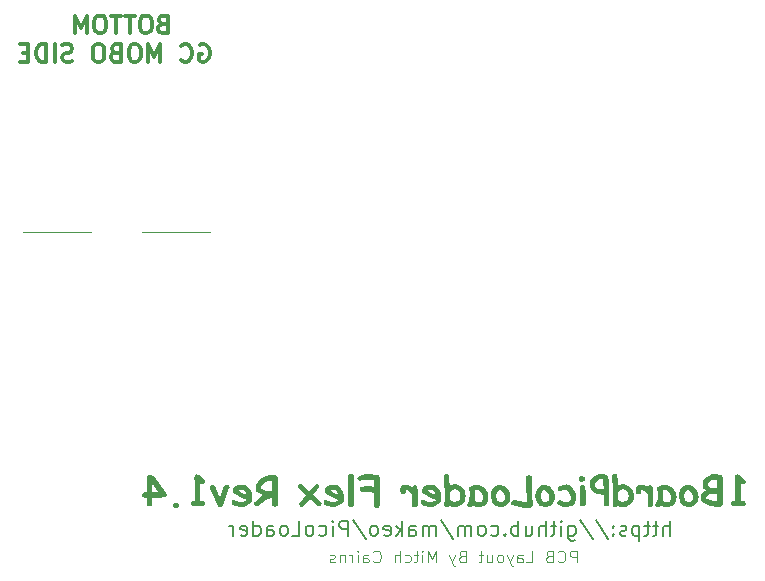
<source format=gbo>
G04 #@! TF.GenerationSoftware,KiCad,Pcbnew,9.0.3*
G04 #@! TF.CreationDate,2025-08-04T00:30:31-07:00*
G04 #@! TF.ProjectId,OneBoardFlex,4f6e6542-6f61-4726-9446-6c65782e6b69,rev?*
G04 #@! TF.SameCoordinates,Original*
G04 #@! TF.FileFunction,Legend,Bot*
G04 #@! TF.FilePolarity,Positive*
%FSLAX46Y46*%
G04 Gerber Fmt 4.6, Leading zero omitted, Abs format (unit mm)*
G04 Created by KiCad (PCBNEW 9.0.3) date 2025-08-04 00:30:31*
%MOMM*%
%LPD*%
G01*
G04 APERTURE LIST*
%ADD10C,0.125000*%
%ADD11C,0.200000*%
%ADD12C,0.158750*%
%ADD13C,0.100000*%
%ADD14C,0.300000*%
%ADD15C,0.650000*%
%ADD16O,0.900000X2.100000*%
%ADD17O,1.000000X1.600000*%
G04 APERTURE END LIST*
D10*
X167723552Y-108482319D02*
X167723552Y-107482319D01*
X167723552Y-107482319D02*
X167342600Y-107482319D01*
X167342600Y-107482319D02*
X167247362Y-107529938D01*
X167247362Y-107529938D02*
X167199743Y-107577557D01*
X167199743Y-107577557D02*
X167152124Y-107672795D01*
X167152124Y-107672795D02*
X167152124Y-107815652D01*
X167152124Y-107815652D02*
X167199743Y-107910890D01*
X167199743Y-107910890D02*
X167247362Y-107958509D01*
X167247362Y-107958509D02*
X167342600Y-108006128D01*
X167342600Y-108006128D02*
X167723552Y-108006128D01*
X166152124Y-108387080D02*
X166199743Y-108434700D01*
X166199743Y-108434700D02*
X166342600Y-108482319D01*
X166342600Y-108482319D02*
X166437838Y-108482319D01*
X166437838Y-108482319D02*
X166580695Y-108434700D01*
X166580695Y-108434700D02*
X166675933Y-108339461D01*
X166675933Y-108339461D02*
X166723552Y-108244223D01*
X166723552Y-108244223D02*
X166771171Y-108053747D01*
X166771171Y-108053747D02*
X166771171Y-107910890D01*
X166771171Y-107910890D02*
X166723552Y-107720414D01*
X166723552Y-107720414D02*
X166675933Y-107625176D01*
X166675933Y-107625176D02*
X166580695Y-107529938D01*
X166580695Y-107529938D02*
X166437838Y-107482319D01*
X166437838Y-107482319D02*
X166342600Y-107482319D01*
X166342600Y-107482319D02*
X166199743Y-107529938D01*
X166199743Y-107529938D02*
X166152124Y-107577557D01*
X165390219Y-107958509D02*
X165247362Y-108006128D01*
X165247362Y-108006128D02*
X165199743Y-108053747D01*
X165199743Y-108053747D02*
X165152124Y-108148985D01*
X165152124Y-108148985D02*
X165152124Y-108291842D01*
X165152124Y-108291842D02*
X165199743Y-108387080D01*
X165199743Y-108387080D02*
X165247362Y-108434700D01*
X165247362Y-108434700D02*
X165342600Y-108482319D01*
X165342600Y-108482319D02*
X165723552Y-108482319D01*
X165723552Y-108482319D02*
X165723552Y-107482319D01*
X165723552Y-107482319D02*
X165390219Y-107482319D01*
X165390219Y-107482319D02*
X165294981Y-107529938D01*
X165294981Y-107529938D02*
X165247362Y-107577557D01*
X165247362Y-107577557D02*
X165199743Y-107672795D01*
X165199743Y-107672795D02*
X165199743Y-107768033D01*
X165199743Y-107768033D02*
X165247362Y-107863271D01*
X165247362Y-107863271D02*
X165294981Y-107910890D01*
X165294981Y-107910890D02*
X165390219Y-107958509D01*
X165390219Y-107958509D02*
X165723552Y-107958509D01*
X163485457Y-108482319D02*
X163961647Y-108482319D01*
X163961647Y-108482319D02*
X163961647Y-107482319D01*
X162723552Y-108482319D02*
X162723552Y-107958509D01*
X162723552Y-107958509D02*
X162771171Y-107863271D01*
X162771171Y-107863271D02*
X162866409Y-107815652D01*
X162866409Y-107815652D02*
X163056885Y-107815652D01*
X163056885Y-107815652D02*
X163152123Y-107863271D01*
X162723552Y-108434700D02*
X162818790Y-108482319D01*
X162818790Y-108482319D02*
X163056885Y-108482319D01*
X163056885Y-108482319D02*
X163152123Y-108434700D01*
X163152123Y-108434700D02*
X163199742Y-108339461D01*
X163199742Y-108339461D02*
X163199742Y-108244223D01*
X163199742Y-108244223D02*
X163152123Y-108148985D01*
X163152123Y-108148985D02*
X163056885Y-108101366D01*
X163056885Y-108101366D02*
X162818790Y-108101366D01*
X162818790Y-108101366D02*
X162723552Y-108053747D01*
X162342599Y-107815652D02*
X162104504Y-108482319D01*
X161866409Y-107815652D02*
X162104504Y-108482319D01*
X162104504Y-108482319D02*
X162199742Y-108720414D01*
X162199742Y-108720414D02*
X162247361Y-108768033D01*
X162247361Y-108768033D02*
X162342599Y-108815652D01*
X161342599Y-108482319D02*
X161437837Y-108434700D01*
X161437837Y-108434700D02*
X161485456Y-108387080D01*
X161485456Y-108387080D02*
X161533075Y-108291842D01*
X161533075Y-108291842D02*
X161533075Y-108006128D01*
X161533075Y-108006128D02*
X161485456Y-107910890D01*
X161485456Y-107910890D02*
X161437837Y-107863271D01*
X161437837Y-107863271D02*
X161342599Y-107815652D01*
X161342599Y-107815652D02*
X161199742Y-107815652D01*
X161199742Y-107815652D02*
X161104504Y-107863271D01*
X161104504Y-107863271D02*
X161056885Y-107910890D01*
X161056885Y-107910890D02*
X161009266Y-108006128D01*
X161009266Y-108006128D02*
X161009266Y-108291842D01*
X161009266Y-108291842D02*
X161056885Y-108387080D01*
X161056885Y-108387080D02*
X161104504Y-108434700D01*
X161104504Y-108434700D02*
X161199742Y-108482319D01*
X161199742Y-108482319D02*
X161342599Y-108482319D01*
X160152123Y-107815652D02*
X160152123Y-108482319D01*
X160580694Y-107815652D02*
X160580694Y-108339461D01*
X160580694Y-108339461D02*
X160533075Y-108434700D01*
X160533075Y-108434700D02*
X160437837Y-108482319D01*
X160437837Y-108482319D02*
X160294980Y-108482319D01*
X160294980Y-108482319D02*
X160199742Y-108434700D01*
X160199742Y-108434700D02*
X160152123Y-108387080D01*
X159818789Y-107815652D02*
X159437837Y-107815652D01*
X159675932Y-107482319D02*
X159675932Y-108339461D01*
X159675932Y-108339461D02*
X159628313Y-108434700D01*
X159628313Y-108434700D02*
X159533075Y-108482319D01*
X159533075Y-108482319D02*
X159437837Y-108482319D01*
X158009265Y-107958509D02*
X157866408Y-108006128D01*
X157866408Y-108006128D02*
X157818789Y-108053747D01*
X157818789Y-108053747D02*
X157771170Y-108148985D01*
X157771170Y-108148985D02*
X157771170Y-108291842D01*
X157771170Y-108291842D02*
X157818789Y-108387080D01*
X157818789Y-108387080D02*
X157866408Y-108434700D01*
X157866408Y-108434700D02*
X157961646Y-108482319D01*
X157961646Y-108482319D02*
X158342598Y-108482319D01*
X158342598Y-108482319D02*
X158342598Y-107482319D01*
X158342598Y-107482319D02*
X158009265Y-107482319D01*
X158009265Y-107482319D02*
X157914027Y-107529938D01*
X157914027Y-107529938D02*
X157866408Y-107577557D01*
X157866408Y-107577557D02*
X157818789Y-107672795D01*
X157818789Y-107672795D02*
X157818789Y-107768033D01*
X157818789Y-107768033D02*
X157866408Y-107863271D01*
X157866408Y-107863271D02*
X157914027Y-107910890D01*
X157914027Y-107910890D02*
X158009265Y-107958509D01*
X158009265Y-107958509D02*
X158342598Y-107958509D01*
X157437836Y-107815652D02*
X157199741Y-108482319D01*
X156961646Y-107815652D02*
X157199741Y-108482319D01*
X157199741Y-108482319D02*
X157294979Y-108720414D01*
X157294979Y-108720414D02*
X157342598Y-108768033D01*
X157342598Y-108768033D02*
X157437836Y-108815652D01*
X155818788Y-108482319D02*
X155818788Y-107482319D01*
X155818788Y-107482319D02*
X155485455Y-108196604D01*
X155485455Y-108196604D02*
X155152122Y-107482319D01*
X155152122Y-107482319D02*
X155152122Y-108482319D01*
X154675931Y-108482319D02*
X154675931Y-107815652D01*
X154675931Y-107482319D02*
X154723550Y-107529938D01*
X154723550Y-107529938D02*
X154675931Y-107577557D01*
X154675931Y-107577557D02*
X154628312Y-107529938D01*
X154628312Y-107529938D02*
X154675931Y-107482319D01*
X154675931Y-107482319D02*
X154675931Y-107577557D01*
X154342598Y-107815652D02*
X153961646Y-107815652D01*
X154199741Y-107482319D02*
X154199741Y-108339461D01*
X154199741Y-108339461D02*
X154152122Y-108434700D01*
X154152122Y-108434700D02*
X154056884Y-108482319D01*
X154056884Y-108482319D02*
X153961646Y-108482319D01*
X153199741Y-108434700D02*
X153294979Y-108482319D01*
X153294979Y-108482319D02*
X153485455Y-108482319D01*
X153485455Y-108482319D02*
X153580693Y-108434700D01*
X153580693Y-108434700D02*
X153628312Y-108387080D01*
X153628312Y-108387080D02*
X153675931Y-108291842D01*
X153675931Y-108291842D02*
X153675931Y-108006128D01*
X153675931Y-108006128D02*
X153628312Y-107910890D01*
X153628312Y-107910890D02*
X153580693Y-107863271D01*
X153580693Y-107863271D02*
X153485455Y-107815652D01*
X153485455Y-107815652D02*
X153294979Y-107815652D01*
X153294979Y-107815652D02*
X153199741Y-107863271D01*
X152771169Y-108482319D02*
X152771169Y-107482319D01*
X152342598Y-108482319D02*
X152342598Y-107958509D01*
X152342598Y-107958509D02*
X152390217Y-107863271D01*
X152390217Y-107863271D02*
X152485455Y-107815652D01*
X152485455Y-107815652D02*
X152628312Y-107815652D01*
X152628312Y-107815652D02*
X152723550Y-107863271D01*
X152723550Y-107863271D02*
X152771169Y-107910890D01*
X150533074Y-108387080D02*
X150580693Y-108434700D01*
X150580693Y-108434700D02*
X150723550Y-108482319D01*
X150723550Y-108482319D02*
X150818788Y-108482319D01*
X150818788Y-108482319D02*
X150961645Y-108434700D01*
X150961645Y-108434700D02*
X151056883Y-108339461D01*
X151056883Y-108339461D02*
X151104502Y-108244223D01*
X151104502Y-108244223D02*
X151152121Y-108053747D01*
X151152121Y-108053747D02*
X151152121Y-107910890D01*
X151152121Y-107910890D02*
X151104502Y-107720414D01*
X151104502Y-107720414D02*
X151056883Y-107625176D01*
X151056883Y-107625176D02*
X150961645Y-107529938D01*
X150961645Y-107529938D02*
X150818788Y-107482319D01*
X150818788Y-107482319D02*
X150723550Y-107482319D01*
X150723550Y-107482319D02*
X150580693Y-107529938D01*
X150580693Y-107529938D02*
X150533074Y-107577557D01*
X149675931Y-108482319D02*
X149675931Y-107958509D01*
X149675931Y-107958509D02*
X149723550Y-107863271D01*
X149723550Y-107863271D02*
X149818788Y-107815652D01*
X149818788Y-107815652D02*
X150009264Y-107815652D01*
X150009264Y-107815652D02*
X150104502Y-107863271D01*
X149675931Y-108434700D02*
X149771169Y-108482319D01*
X149771169Y-108482319D02*
X150009264Y-108482319D01*
X150009264Y-108482319D02*
X150104502Y-108434700D01*
X150104502Y-108434700D02*
X150152121Y-108339461D01*
X150152121Y-108339461D02*
X150152121Y-108244223D01*
X150152121Y-108244223D02*
X150104502Y-108148985D01*
X150104502Y-108148985D02*
X150009264Y-108101366D01*
X150009264Y-108101366D02*
X149771169Y-108101366D01*
X149771169Y-108101366D02*
X149675931Y-108053747D01*
X149199740Y-108482319D02*
X149199740Y-107815652D01*
X149199740Y-107482319D02*
X149247359Y-107529938D01*
X149247359Y-107529938D02*
X149199740Y-107577557D01*
X149199740Y-107577557D02*
X149152121Y-107529938D01*
X149152121Y-107529938D02*
X149199740Y-107482319D01*
X149199740Y-107482319D02*
X149199740Y-107577557D01*
X148723550Y-108482319D02*
X148723550Y-107815652D01*
X148723550Y-108006128D02*
X148675931Y-107910890D01*
X148675931Y-107910890D02*
X148628312Y-107863271D01*
X148628312Y-107863271D02*
X148533074Y-107815652D01*
X148533074Y-107815652D02*
X148437836Y-107815652D01*
X148104502Y-107815652D02*
X148104502Y-108482319D01*
X148104502Y-107910890D02*
X148056883Y-107863271D01*
X148056883Y-107863271D02*
X147961645Y-107815652D01*
X147961645Y-107815652D02*
X147818788Y-107815652D01*
X147818788Y-107815652D02*
X147723550Y-107863271D01*
X147723550Y-107863271D02*
X147675931Y-107958509D01*
X147675931Y-107958509D02*
X147675931Y-108482319D01*
X147247359Y-108434700D02*
X147152121Y-108482319D01*
X147152121Y-108482319D02*
X146961645Y-108482319D01*
X146961645Y-108482319D02*
X146866407Y-108434700D01*
X146866407Y-108434700D02*
X146818788Y-108339461D01*
X146818788Y-108339461D02*
X146818788Y-108291842D01*
X146818788Y-108291842D02*
X146866407Y-108196604D01*
X146866407Y-108196604D02*
X146961645Y-108148985D01*
X146961645Y-108148985D02*
X147104502Y-108148985D01*
X147104502Y-108148985D02*
X147199740Y-108101366D01*
X147199740Y-108101366D02*
X147247359Y-108006128D01*
X147247359Y-108006128D02*
X147247359Y-107958509D01*
X147247359Y-107958509D02*
X147199740Y-107863271D01*
X147199740Y-107863271D02*
X147104502Y-107815652D01*
X147104502Y-107815652D02*
X146961645Y-107815652D01*
X146961645Y-107815652D02*
X146866407Y-107863271D01*
D11*
G36*
X181062594Y-103689600D02*
G01*
X181740520Y-103689600D01*
X181874220Y-103678429D01*
X181962848Y-103649938D01*
X182019261Y-103608930D01*
X182051930Y-103555836D01*
X182063379Y-103486573D01*
X182050542Y-103408458D01*
X182013959Y-103348666D01*
X181950901Y-103302568D01*
X181851998Y-103270584D01*
X181702968Y-103258053D01*
X181627863Y-103259732D01*
X181627863Y-101740542D01*
X181766703Y-101825790D01*
X181820815Y-101843124D01*
X181910005Y-101826151D01*
X181987358Y-101774736D01*
X182040857Y-101699926D01*
X182058189Y-101615672D01*
X182047385Y-101557425D01*
X182011923Y-101494084D01*
X181943700Y-101422568D01*
X181750748Y-101282281D01*
X181542378Y-101114822D01*
X181453645Y-101061426D01*
X181371821Y-101031846D01*
X181294777Y-101022468D01*
X181227406Y-101034060D01*
X181181837Y-101065905D01*
X181152460Y-101120261D01*
X181141057Y-101207176D01*
X181158154Y-101780384D01*
X181170311Y-102189913D01*
X181175251Y-102835971D01*
X181175251Y-103249962D01*
X181062594Y-103249962D01*
X180970672Y-103266009D01*
X180896051Y-103313008D01*
X180845512Y-103383572D01*
X180828579Y-103469781D01*
X180845512Y-103555990D01*
X180896051Y-103626554D01*
X180970672Y-103673553D01*
X181062594Y-103689600D01*
G37*
G36*
X179642680Y-101014318D02*
G01*
X179793752Y-101040481D01*
X179930720Y-101070448D01*
X180017487Y-101114218D01*
X180068688Y-101168545D01*
X180092644Y-101235112D01*
X180101360Y-101330626D01*
X180101193Y-101457220D01*
X180092644Y-101689403D01*
X180092644Y-103499701D01*
X180084129Y-103561501D01*
X180057992Y-103621832D01*
X180011586Y-103682425D01*
X179953297Y-103730976D01*
X179892728Y-103758615D01*
X179827946Y-103767757D01*
X179516844Y-103757101D01*
X179248762Y-103727153D01*
X179018681Y-103680611D01*
X178821971Y-103619685D01*
X178646857Y-103536098D01*
X178475299Y-103416963D01*
X178359478Y-103305637D01*
X178283984Y-103198429D01*
X178241484Y-103093433D01*
X178229731Y-103003430D01*
X178693896Y-103003430D01*
X178704087Y-103041216D01*
X178743501Y-103082848D01*
X178830265Y-103131229D01*
X178991109Y-103186765D01*
X179329990Y-103264557D01*
X179628125Y-103298811D01*
X179628125Y-102663780D01*
X179163606Y-102675686D01*
X179033918Y-102704740D01*
X178886848Y-102770788D01*
X178773598Y-102849452D01*
X178714245Y-102925927D01*
X178693896Y-103003430D01*
X178229731Y-103003430D01*
X178227698Y-102987859D01*
X178242559Y-102873298D01*
X178289103Y-102754634D01*
X178372869Y-102628670D01*
X178464376Y-102528026D01*
X178562068Y-102448070D01*
X178666571Y-102386869D01*
X178542096Y-102259173D01*
X178470261Y-102152243D01*
X178431701Y-102059321D01*
X178407219Y-101949636D01*
X178398607Y-101821294D01*
X178871583Y-101821294D01*
X178884761Y-101923028D01*
X178922449Y-102006665D01*
X178985353Y-102076641D01*
X179078599Y-102134654D01*
X179210981Y-102179379D01*
X179394110Y-102206740D01*
X179481993Y-102207663D01*
X179628125Y-102194833D01*
X179626446Y-101835033D01*
X179628125Y-101471874D01*
X179363427Y-101468363D01*
X179247610Y-101481174D01*
X179135678Y-101519880D01*
X179025303Y-101586669D01*
X178933850Y-101670024D01*
X178886248Y-101747033D01*
X178871583Y-101821294D01*
X178398607Y-101821294D01*
X178398515Y-101819921D01*
X178412034Y-101680573D01*
X178451865Y-101552398D01*
X178518562Y-101432667D01*
X178614799Y-101319480D01*
X178745187Y-101211908D01*
X178898719Y-101118351D01*
X179051867Y-101053687D01*
X179206166Y-101015587D01*
X179363427Y-101002928D01*
X179642680Y-101014318D01*
G37*
G36*
X177306027Y-101936060D02*
G01*
X177466003Y-101978516D01*
X177607564Y-102047306D01*
X177733661Y-102143107D01*
X177846068Y-102268564D01*
X177941126Y-102421302D01*
X178006702Y-102582505D01*
X178044034Y-102754330D01*
X178052759Y-102939469D01*
X178030642Y-103133499D01*
X177979102Y-103300506D01*
X177899658Y-103445239D01*
X177791419Y-103571142D01*
X177671350Y-103666321D01*
X177542331Y-103733151D01*
X177402269Y-103773501D01*
X177248284Y-103787297D01*
X177091761Y-103774292D01*
X176952510Y-103736690D01*
X176827407Y-103675306D01*
X176714119Y-103589197D01*
X176611268Y-103475734D01*
X176519917Y-103331369D01*
X176454089Y-103172674D01*
X176413557Y-102997099D01*
X176408017Y-102919777D01*
X176857343Y-102919777D01*
X176877007Y-103048042D01*
X176921629Y-103152286D01*
X176990608Y-103237598D01*
X177068231Y-103293533D01*
X177153295Y-103326627D01*
X177248436Y-103337890D01*
X177326969Y-103328251D01*
X177397941Y-103299750D01*
X177463523Y-103251184D01*
X177526135Y-103171504D01*
X177565467Y-103069483D01*
X177579691Y-102938400D01*
X177567779Y-102797501D01*
X177533381Y-102672697D01*
X177477261Y-102561045D01*
X177408763Y-102474807D01*
X177332080Y-102416431D01*
X177245577Y-102381980D01*
X177146007Y-102370688D01*
X177058293Y-102384097D01*
X176988670Y-102421408D01*
X176932567Y-102484356D01*
X176889256Y-102580183D01*
X176861985Y-102720418D01*
X176857343Y-102919777D01*
X176408017Y-102919777D01*
X176399540Y-102801471D01*
X176411762Y-102620999D01*
X176446819Y-102461586D01*
X176503188Y-102320042D01*
X176580585Y-102193765D01*
X176691561Y-102073289D01*
X176816827Y-101989549D01*
X176959272Y-101938847D01*
X177123720Y-101921281D01*
X177306027Y-101936060D01*
G37*
G36*
X175366048Y-101920487D02*
G01*
X175553603Y-101975344D01*
X175726443Y-102066299D01*
X175887393Y-102196054D01*
X175998509Y-102320725D01*
X176082890Y-102452328D01*
X176142719Y-102592096D01*
X176178963Y-102741819D01*
X176191323Y-102903748D01*
X176176220Y-103126510D01*
X176134610Y-103306135D01*
X176070488Y-103450507D01*
X175985548Y-103565952D01*
X175876191Y-103658610D01*
X175740883Y-103727336D01*
X175574022Y-103771401D01*
X175368224Y-103787297D01*
X175281048Y-103778688D01*
X175165045Y-103748828D01*
X175041946Y-103703705D01*
X174888287Y-103635408D01*
X174767037Y-103732240D01*
X174688549Y-103776073D01*
X174639007Y-103787297D01*
X174553908Y-103772443D01*
X174479333Y-103727762D01*
X174427415Y-103660593D01*
X174410182Y-103578316D01*
X174476738Y-103411926D01*
X174553928Y-103238361D01*
X175011325Y-103238361D01*
X175098485Y-103298847D01*
X175189774Y-103341859D01*
X175286788Y-103368091D01*
X175390512Y-103376969D01*
X175493863Y-103363219D01*
X175573936Y-103324716D01*
X175636434Y-103261411D01*
X175678950Y-103179963D01*
X175707606Y-103067981D01*
X175718408Y-102916418D01*
X175707534Y-102800240D01*
X175675428Y-102692477D01*
X175621657Y-102591058D01*
X175544232Y-102494489D01*
X175450959Y-102412884D01*
X175353243Y-102356695D01*
X175249566Y-102323340D01*
X175137720Y-102312070D01*
X175092535Y-102319855D01*
X175031780Y-102344585D01*
X175054983Y-102503037D01*
X175062616Y-102628822D01*
X175051918Y-102856176D01*
X175011325Y-103238361D01*
X174553928Y-103238361D01*
X174555354Y-103235155D01*
X174587530Y-103069801D01*
X174601455Y-102768041D01*
X174592143Y-102527767D01*
X174565581Y-102356949D01*
X174536195Y-102307401D01*
X174526350Y-102249941D01*
X174538938Y-102187125D01*
X174579231Y-102124946D01*
X174656161Y-102060609D01*
X174784179Y-101993486D01*
X174929282Y-101939922D01*
X175053368Y-101910724D01*
X175159855Y-101901742D01*
X175366048Y-101920487D01*
G37*
G36*
X172737576Y-102460905D02*
G01*
X172760973Y-102583087D01*
X172807819Y-102660453D01*
X172876621Y-102705955D01*
X172974950Y-102722398D01*
X173072299Y-102707512D01*
X173135867Y-102667810D01*
X173175180Y-102602855D01*
X173190036Y-102502427D01*
X173198585Y-102331609D01*
X173347474Y-102368318D01*
X173474004Y-102425708D01*
X173581687Y-102503269D01*
X173672876Y-102602166D01*
X173748589Y-102725146D01*
X173746910Y-103581980D01*
X173763772Y-103671285D01*
X173813466Y-103742875D01*
X173887859Y-103790414D01*
X173982452Y-103806836D01*
X174049929Y-103798674D01*
X174103489Y-103775766D01*
X174146400Y-103738448D01*
X174186851Y-103669903D01*
X174201049Y-103581217D01*
X174201049Y-102461516D01*
X174197691Y-102303369D01*
X174194180Y-102145221D01*
X174179507Y-102056298D01*
X174137088Y-101985395D01*
X174069910Y-101938206D01*
X173973903Y-101921281D01*
X173886952Y-101934044D01*
X173823611Y-101969289D01*
X173777773Y-102027579D01*
X173748589Y-102115912D01*
X173591719Y-102017110D01*
X173428847Y-101947686D01*
X173258153Y-101906042D01*
X173077379Y-101891972D01*
X172973711Y-101904417D01*
X172892907Y-101939068D01*
X172829450Y-101995192D01*
X172780875Y-102076416D01*
X172748231Y-102190097D01*
X172735897Y-102346416D01*
X172737576Y-102460905D01*
G37*
G36*
X171051334Y-100977079D02*
G01*
X171114303Y-101013466D01*
X171158767Y-101073760D01*
X171185260Y-101165808D01*
X171210776Y-101433539D01*
X171238231Y-101971962D01*
X171317073Y-101924812D01*
X171412406Y-101889988D01*
X171516976Y-101869859D01*
X171641231Y-101862663D01*
X171807128Y-101874704D01*
X171955360Y-101909465D01*
X172088749Y-101965848D01*
X172209547Y-102044046D01*
X172319310Y-102145527D01*
X172430306Y-102293700D01*
X172510883Y-102463846D01*
X172561158Y-102660105D01*
X172578818Y-102887872D01*
X172561912Y-103076632D01*
X172513129Y-103242793D01*
X172433399Y-103390679D01*
X172320990Y-103523362D01*
X172187470Y-103629651D01*
X172039205Y-103705324D01*
X171873266Y-103751695D01*
X171685653Y-103767757D01*
X171553714Y-103762347D01*
X171427671Y-103746386D01*
X171306137Y-103713222D01*
X171186940Y-103654948D01*
X171137926Y-103718332D01*
X171076655Y-103755016D01*
X170999025Y-103767757D01*
X170914213Y-103752469D01*
X170840267Y-103706391D01*
X170789128Y-103637090D01*
X170771879Y-103550228D01*
X170777069Y-103500159D01*
X170803810Y-103242922D01*
X170816301Y-102681792D01*
X170811288Y-102506854D01*
X171272272Y-102506854D01*
X171272272Y-103134405D01*
X171328600Y-103187528D01*
X171433225Y-103266255D01*
X171485832Y-103297284D01*
X171562504Y-103319212D01*
X171685653Y-103328120D01*
X171801107Y-103313530D01*
X171905915Y-103270238D01*
X172003321Y-103196076D01*
X172079856Y-103101101D01*
X172124716Y-102996583D01*
X172139945Y-102878866D01*
X172123622Y-102687139D01*
X172079877Y-102544411D01*
X172013549Y-102439229D01*
X171945656Y-102377304D01*
X171862234Y-102331851D01*
X171759978Y-102302923D01*
X171634362Y-102292530D01*
X171515866Y-102306393D01*
X171419123Y-102345653D01*
X171338528Y-102411009D01*
X171272272Y-102506854D01*
X170811288Y-102506854D01*
X170808247Y-102400709D01*
X170777985Y-101935936D01*
X170747603Y-101471161D01*
X170739517Y-101190079D01*
X170755110Y-101101902D01*
X170801036Y-101029490D01*
X170871167Y-100980747D01*
X170963305Y-100963849D01*
X171051334Y-100977079D01*
G37*
G36*
X170027702Y-101010713D02*
G01*
X170188292Y-101033764D01*
X170270699Y-101042358D01*
X170334701Y-101080186D01*
X170385645Y-101151802D01*
X170422347Y-101271209D01*
X170437572Y-101459204D01*
X170471766Y-102247040D01*
X170498754Y-102734542D01*
X170505960Y-103031365D01*
X170505960Y-103508249D01*
X170490001Y-103592322D01*
X170441999Y-103663801D01*
X170370249Y-103712183D01*
X170280493Y-103728678D01*
X170190908Y-103712119D01*
X170119904Y-103663649D01*
X170072512Y-103592186D01*
X170056706Y-103507791D01*
X170046478Y-102720261D01*
X169902985Y-102732168D01*
X169692570Y-102717224D01*
X169502362Y-102673885D01*
X169329168Y-102603309D01*
X169170410Y-102505174D01*
X169043910Y-102393071D01*
X168948102Y-102269543D01*
X168879908Y-102133107D01*
X168838170Y-101981188D01*
X168823737Y-101810303D01*
X168823810Y-101809540D01*
X169272839Y-101809540D01*
X169284727Y-101915621D01*
X169319288Y-102008621D01*
X169376937Y-102091595D01*
X169460753Y-102166287D01*
X169583728Y-102234640D01*
X169729359Y-102277393D01*
X169902985Y-102292530D01*
X170019153Y-102278944D01*
X169986791Y-101688335D01*
X169985112Y-101447755D01*
X169914282Y-101443481D01*
X169817653Y-101442565D01*
X169687637Y-101454754D01*
X169565427Y-101490940D01*
X169448846Y-101551864D01*
X169345201Y-101636804D01*
X169290242Y-101721472D01*
X169272839Y-101809540D01*
X168823810Y-101809540D01*
X168836403Y-101677190D01*
X168873833Y-101553648D01*
X168936629Y-101437242D01*
X169027271Y-101326231D01*
X169149954Y-101219694D01*
X169302794Y-101123036D01*
X169457343Y-101055946D01*
X169615228Y-101016206D01*
X169778422Y-101002928D01*
X170027702Y-101010713D01*
G37*
G36*
X168181226Y-101637960D02*
G01*
X168283306Y-101619514D01*
X168370819Y-101564229D01*
X168415811Y-101510752D01*
X168442156Y-101451397D01*
X168451114Y-101383947D01*
X168442153Y-101316503D01*
X168415806Y-101257201D01*
X168370819Y-101203818D01*
X168313777Y-101162613D01*
X168251228Y-101138233D01*
X168181226Y-101129934D01*
X168111252Y-101138251D01*
X168049022Y-101162645D01*
X167992548Y-101203818D01*
X167948116Y-101257135D01*
X167922046Y-101316440D01*
X167913169Y-101383947D01*
X167922043Y-101451459D01*
X167948111Y-101510818D01*
X167992548Y-101564229D01*
X168049012Y-101605311D01*
X168111242Y-101629657D01*
X168181226Y-101637960D01*
G37*
G36*
X168036054Y-102888178D02*
G01*
X168030101Y-103200045D01*
X168024147Y-103511913D01*
X168041113Y-103602678D01*
X168090856Y-103674640D01*
X168165237Y-103722061D01*
X168259842Y-103738448D01*
X168354472Y-103722066D01*
X168428980Y-103674640D01*
X168478604Y-103602690D01*
X168495536Y-103511913D01*
X168501489Y-103200045D01*
X168507443Y-102888178D01*
X168490346Y-102508380D01*
X168473249Y-102128277D01*
X168456312Y-102037526D01*
X168406693Y-101965703D01*
X168332173Y-101918159D01*
X168237554Y-101901742D01*
X168142962Y-101918164D01*
X168068569Y-101965703D01*
X168018831Y-102037539D01*
X168001860Y-102128277D01*
X168018957Y-102508380D01*
X168036054Y-102888178D01*
G37*
G36*
X166805528Y-103797066D02*
G01*
X166991212Y-103782867D01*
X167155953Y-103741949D01*
X167303251Y-103675586D01*
X167435827Y-103583354D01*
X167553290Y-103461332D01*
X167635948Y-103323898D01*
X167686376Y-103167914D01*
X167703884Y-102988623D01*
X167690061Y-102824348D01*
X167647432Y-102653998D01*
X167573178Y-102475301D01*
X167463152Y-102286119D01*
X167340000Y-102125640D01*
X167216283Y-102010310D01*
X167091119Y-101932622D01*
X166962583Y-101887454D01*
X166827815Y-101872433D01*
X166711030Y-101881777D01*
X166573996Y-101912225D01*
X166412908Y-101968145D01*
X166268294Y-102040446D01*
X166182382Y-102109010D01*
X166137975Y-102174459D01*
X166124243Y-102239866D01*
X166138606Y-102318581D01*
X166182251Y-102388548D01*
X166252285Y-102440898D01*
X166341161Y-102458616D01*
X166415388Y-102441935D01*
X166517932Y-102380458D01*
X166591097Y-102339815D01*
X166691642Y-102312558D01*
X166827815Y-102302300D01*
X166884399Y-102313802D01*
X166948371Y-102352563D01*
X167023558Y-102429338D01*
X167112969Y-102559518D01*
X167200030Y-102730689D01*
X167246010Y-102871753D01*
X167259820Y-102988928D01*
X167244768Y-103101908D01*
X167201789Y-103193947D01*
X167130066Y-103270112D01*
X167043173Y-103322357D01*
X166936659Y-103355366D01*
X166805528Y-103367199D01*
X166687513Y-103348011D01*
X166525565Y-103279272D01*
X166372348Y-103206165D01*
X166315516Y-103191344D01*
X166229999Y-103208030D01*
X166157521Y-103258358D01*
X166107800Y-103330832D01*
X166091728Y-103411010D01*
X166104442Y-103467032D01*
X166147337Y-103528159D01*
X166233474Y-103598017D01*
X166382072Y-103678609D01*
X166559523Y-103749549D01*
X166698079Y-103786316D01*
X166805528Y-103797066D01*
G37*
G36*
X165147618Y-101936060D02*
G01*
X165307594Y-101978516D01*
X165449155Y-102047306D01*
X165575252Y-102143107D01*
X165687659Y-102268564D01*
X165782717Y-102421302D01*
X165848293Y-102582505D01*
X165885625Y-102754330D01*
X165894350Y-102939469D01*
X165872233Y-103133499D01*
X165820693Y-103300506D01*
X165741249Y-103445239D01*
X165633010Y-103571142D01*
X165512941Y-103666321D01*
X165383922Y-103733151D01*
X165243860Y-103773501D01*
X165089875Y-103787297D01*
X164933352Y-103774292D01*
X164794101Y-103736690D01*
X164668999Y-103675306D01*
X164555710Y-103589197D01*
X164452859Y-103475734D01*
X164361508Y-103331369D01*
X164295680Y-103172674D01*
X164255148Y-102997099D01*
X164249608Y-102919777D01*
X164698934Y-102919777D01*
X164718598Y-103048042D01*
X164763220Y-103152286D01*
X164832199Y-103237598D01*
X164909822Y-103293533D01*
X164994886Y-103326627D01*
X165090027Y-103337890D01*
X165168560Y-103328251D01*
X165239532Y-103299750D01*
X165305114Y-103251184D01*
X165367726Y-103171504D01*
X165407058Y-103069483D01*
X165421282Y-102938400D01*
X165409370Y-102797501D01*
X165374972Y-102672697D01*
X165318852Y-102561045D01*
X165250354Y-102474807D01*
X165173671Y-102416431D01*
X165087168Y-102381980D01*
X164987598Y-102370688D01*
X164899884Y-102384097D01*
X164830261Y-102421408D01*
X164774158Y-102484356D01*
X164730847Y-102580183D01*
X164703576Y-102720418D01*
X164698934Y-102919777D01*
X164249608Y-102919777D01*
X164241131Y-102801471D01*
X164253353Y-102620999D01*
X164288410Y-102461586D01*
X164344779Y-102320042D01*
X164422176Y-102193765D01*
X164533153Y-102073289D01*
X164658418Y-101989549D01*
X164800863Y-101938847D01*
X164965311Y-101921281D01*
X165147618Y-101936060D01*
G37*
G36*
X162349012Y-103630981D02*
G01*
X162579551Y-103705278D01*
X162972442Y-103783633D01*
X163342232Y-103832106D01*
X163606099Y-103845915D01*
X163745509Y-103833555D01*
X163848725Y-103800435D01*
X163924326Y-103750098D01*
X163978077Y-103682523D01*
X164012107Y-103594147D01*
X164024518Y-103478482D01*
X163990324Y-102936721D01*
X163957581Y-102174254D01*
X163945902Y-101285945D01*
X163928975Y-101195658D01*
X163878430Y-101120165D01*
X163802922Y-101069158D01*
X163708529Y-101051777D01*
X163614016Y-101069167D01*
X163537864Y-101120317D01*
X163486611Y-101195903D01*
X163469476Y-101286250D01*
X163481507Y-102180952D01*
X163515577Y-102967404D01*
X163547939Y-103386738D01*
X163279845Y-103365893D01*
X162938585Y-103304896D01*
X162509602Y-103193176D01*
X162434497Y-103181574D01*
X162366390Y-103190569D01*
X162309226Y-103216533D01*
X162260321Y-103260190D01*
X162215231Y-103335087D01*
X162200482Y-103417421D01*
X162216780Y-103505918D01*
X162264365Y-103575568D01*
X162349012Y-103630981D01*
G37*
G36*
X161381393Y-101936060D02*
G01*
X161541369Y-101978516D01*
X161682930Y-102047306D01*
X161809027Y-102143107D01*
X161921434Y-102268564D01*
X162016492Y-102421302D01*
X162082068Y-102582505D01*
X162119400Y-102754330D01*
X162128125Y-102939469D01*
X162106008Y-103133499D01*
X162054469Y-103300506D01*
X161975024Y-103445239D01*
X161866785Y-103571142D01*
X161746717Y-103666321D01*
X161617698Y-103733151D01*
X161477636Y-103773501D01*
X161323650Y-103787297D01*
X161167128Y-103774292D01*
X161027876Y-103736690D01*
X160902774Y-103675306D01*
X160789486Y-103589197D01*
X160686634Y-103475734D01*
X160595283Y-103331369D01*
X160529456Y-103172674D01*
X160488923Y-102997099D01*
X160483383Y-102919777D01*
X160932709Y-102919777D01*
X160952373Y-103048042D01*
X160996996Y-103152286D01*
X161065974Y-103237598D01*
X161143597Y-103293533D01*
X161228662Y-103326627D01*
X161323803Y-103337890D01*
X161402335Y-103328251D01*
X161473308Y-103299750D01*
X161538889Y-103251184D01*
X161601501Y-103171504D01*
X161640833Y-103069483D01*
X161655057Y-102938400D01*
X161643145Y-102797501D01*
X161608747Y-102672697D01*
X161552628Y-102561045D01*
X161484130Y-102474807D01*
X161407447Y-102416431D01*
X161320944Y-102381980D01*
X161221373Y-102370688D01*
X161133659Y-102384097D01*
X161064036Y-102421408D01*
X161007933Y-102484356D01*
X160964623Y-102580183D01*
X160937351Y-102720418D01*
X160932709Y-102919777D01*
X160483383Y-102919777D01*
X160474906Y-102801471D01*
X160487128Y-102620999D01*
X160522185Y-102461586D01*
X160578555Y-102320042D01*
X160655951Y-102193765D01*
X160766928Y-102073289D01*
X160892193Y-101989549D01*
X161034639Y-101938847D01*
X161199086Y-101921281D01*
X161381393Y-101936060D01*
G37*
G36*
X159441414Y-101920487D02*
G01*
X159628969Y-101975344D01*
X159801809Y-102066299D01*
X159962759Y-102196054D01*
X160073875Y-102320725D01*
X160158256Y-102452328D01*
X160218085Y-102592096D01*
X160254330Y-102741819D01*
X160266689Y-102903748D01*
X160251586Y-103126510D01*
X160209976Y-103306135D01*
X160145855Y-103450507D01*
X160060915Y-103565952D01*
X159951558Y-103658610D01*
X159816249Y-103727336D01*
X159649388Y-103771401D01*
X159443591Y-103787297D01*
X159356414Y-103778688D01*
X159240411Y-103748828D01*
X159117312Y-103703705D01*
X158963654Y-103635408D01*
X158842403Y-103732240D01*
X158763915Y-103776073D01*
X158714373Y-103787297D01*
X158629275Y-103772443D01*
X158554699Y-103727762D01*
X158502782Y-103660593D01*
X158485548Y-103578316D01*
X158552104Y-103411926D01*
X158629294Y-103238361D01*
X159086691Y-103238361D01*
X159173851Y-103298847D01*
X159265141Y-103341859D01*
X159362154Y-103368091D01*
X159465878Y-103376969D01*
X159569230Y-103363219D01*
X159649302Y-103324716D01*
X159711800Y-103261411D01*
X159754317Y-103179963D01*
X159782973Y-103067981D01*
X159793774Y-102916418D01*
X159782901Y-102800240D01*
X159750795Y-102692477D01*
X159697024Y-102591058D01*
X159619598Y-102494489D01*
X159526325Y-102412884D01*
X159428609Y-102356695D01*
X159324933Y-102323340D01*
X159213087Y-102312070D01*
X159167902Y-102319855D01*
X159107146Y-102344585D01*
X159130349Y-102503037D01*
X159137982Y-102628822D01*
X159127284Y-102856176D01*
X159086691Y-103238361D01*
X158629294Y-103238361D01*
X158630720Y-103235155D01*
X158662897Y-103069801D01*
X158676821Y-102768041D01*
X158667509Y-102527767D01*
X158640948Y-102356949D01*
X158611561Y-102307401D01*
X158601716Y-102249941D01*
X158614304Y-102187125D01*
X158654597Y-102124946D01*
X158731527Y-102060609D01*
X158859545Y-101993486D01*
X159004648Y-101939922D01*
X159128735Y-101910724D01*
X159235221Y-101901742D01*
X159441414Y-101920487D01*
G37*
G36*
X156807091Y-100977079D02*
G01*
X156870060Y-101013466D01*
X156914524Y-101073760D01*
X156941017Y-101165808D01*
X156966533Y-101433539D01*
X156993988Y-101971962D01*
X157072830Y-101924812D01*
X157168163Y-101889988D01*
X157272733Y-101869859D01*
X157396988Y-101862663D01*
X157562885Y-101874704D01*
X157711117Y-101909465D01*
X157844506Y-101965848D01*
X157965304Y-102044046D01*
X158075068Y-102145527D01*
X158186063Y-102293700D01*
X158266641Y-102463846D01*
X158316916Y-102660105D01*
X158334576Y-102887872D01*
X158317669Y-103076632D01*
X158268886Y-103242793D01*
X158189156Y-103390679D01*
X158076747Y-103523362D01*
X157943227Y-103629651D01*
X157794963Y-103705324D01*
X157629023Y-103751695D01*
X157441410Y-103767757D01*
X157309471Y-103762347D01*
X157183429Y-103746386D01*
X157061894Y-103713222D01*
X156942697Y-103654948D01*
X156893683Y-103718332D01*
X156832412Y-103755016D01*
X156754782Y-103767757D01*
X156669970Y-103752469D01*
X156596024Y-103706391D01*
X156544885Y-103637090D01*
X156527636Y-103550228D01*
X156532827Y-103500159D01*
X156559567Y-103242922D01*
X156572058Y-102681792D01*
X156567046Y-102506854D01*
X157028029Y-102506854D01*
X157028029Y-103134405D01*
X157084358Y-103187528D01*
X157188982Y-103266255D01*
X157241589Y-103297284D01*
X157318261Y-103319212D01*
X157441410Y-103328120D01*
X157556864Y-103313530D01*
X157661672Y-103270238D01*
X157759078Y-103196076D01*
X157835613Y-103101101D01*
X157880474Y-102996583D01*
X157895702Y-102878866D01*
X157879379Y-102687139D01*
X157835634Y-102544411D01*
X157769306Y-102439229D01*
X157701413Y-102377304D01*
X157617991Y-102331851D01*
X157515735Y-102302923D01*
X157390119Y-102292530D01*
X157271623Y-102306393D01*
X157174880Y-102345653D01*
X157094285Y-102411009D01*
X157028029Y-102506854D01*
X156567046Y-102506854D01*
X156564005Y-102400709D01*
X156533743Y-101935936D01*
X156503360Y-101471161D01*
X156495274Y-101190079D01*
X156510868Y-101101902D01*
X156556793Y-101029490D01*
X156626924Y-100980747D01*
X156719062Y-100963849D01*
X156807091Y-100977079D01*
G37*
G36*
X155543307Y-101915634D02*
G01*
X155692534Y-101955766D01*
X155826327Y-102021208D01*
X155947218Y-102112905D01*
X156056706Y-102233607D01*
X156154358Y-102388202D01*
X156225010Y-102559644D01*
X156268692Y-102750882D01*
X156283852Y-102965572D01*
X156271531Y-103120333D01*
X156236228Y-103255471D01*
X156179218Y-103374380D01*
X156100108Y-103479637D01*
X155996866Y-103572821D01*
X155863329Y-103655367D01*
X155709964Y-103716117D01*
X155533313Y-103754312D01*
X155329167Y-103767757D01*
X155152549Y-103756348D01*
X154983980Y-103722544D01*
X154821905Y-103666396D01*
X154684134Y-103592407D01*
X154598586Y-103516155D01*
X154551894Y-103437194D01*
X154536752Y-103352239D01*
X154548673Y-103275252D01*
X154580562Y-103224795D01*
X154632968Y-103193453D01*
X154714286Y-103181574D01*
X154804030Y-103198844D01*
X154941432Y-103264464D01*
X155051015Y-103314693D01*
X155179005Y-103346271D01*
X155329167Y-103357429D01*
X155473793Y-103344674D01*
X155595545Y-103308581D01*
X155703020Y-103247627D01*
X155793687Y-103162035D01*
X155218190Y-102909854D01*
X154955224Y-102786596D01*
X154833965Y-102716750D01*
X154735947Y-102636102D01*
X154672045Y-102555285D01*
X154635820Y-102472981D01*
X154623916Y-102386717D01*
X154625255Y-102376489D01*
X155076529Y-102376489D01*
X155226391Y-102463024D01*
X155443656Y-102567914D01*
X155827881Y-102732168D01*
X155773823Y-102596244D01*
X155713220Y-102493213D01*
X155646988Y-102417094D01*
X155566662Y-102358739D01*
X155477133Y-102323980D01*
X155375421Y-102312070D01*
X155253591Y-102320137D01*
X155155398Y-102342339D01*
X155076529Y-102376489D01*
X154625255Y-102376489D01*
X154640161Y-102262670D01*
X154686923Y-102159149D01*
X154765342Y-102071139D01*
X154881745Y-101996691D01*
X155016077Y-101946130D01*
X155178734Y-101913490D01*
X155375268Y-101901742D01*
X155543307Y-101915634D01*
G37*
G36*
X152802475Y-102460905D02*
G01*
X152825872Y-102583087D01*
X152872718Y-102660453D01*
X152941519Y-102705955D01*
X153039849Y-102722398D01*
X153137198Y-102707512D01*
X153200766Y-102667810D01*
X153240079Y-102602855D01*
X153254935Y-102502427D01*
X153263483Y-102331609D01*
X153412373Y-102368318D01*
X153538903Y-102425708D01*
X153646586Y-102503269D01*
X153737775Y-102602166D01*
X153813488Y-102725146D01*
X153811809Y-103581980D01*
X153828671Y-103671285D01*
X153878365Y-103742875D01*
X153952758Y-103790414D01*
X154047350Y-103806836D01*
X154114828Y-103798674D01*
X154168388Y-103775766D01*
X154211298Y-103738448D01*
X154251750Y-103669903D01*
X154265948Y-103581217D01*
X154265948Y-102461516D01*
X154262589Y-102303369D01*
X154259078Y-102145221D01*
X154244405Y-102056298D01*
X154201987Y-101985395D01*
X154134808Y-101938206D01*
X154038802Y-101921281D01*
X153951851Y-101934044D01*
X153888510Y-101969289D01*
X153842672Y-102027579D01*
X153813488Y-102115912D01*
X153656618Y-102017110D01*
X153493746Y-101947686D01*
X153323052Y-101906042D01*
X153142278Y-101891972D01*
X153038610Y-101904417D01*
X152957805Y-101939068D01*
X152894349Y-101995192D01*
X152845774Y-102076416D01*
X152813130Y-102190097D01*
X152800796Y-102346416D01*
X152802475Y-102460905D01*
G37*
G36*
X149407194Y-101550032D02*
G01*
X149494206Y-101536293D01*
X149642509Y-101502139D01*
X149820341Y-101479886D01*
X150032303Y-101471874D01*
X150272272Y-101486529D01*
X150573606Y-101530493D01*
X150573606Y-102087366D01*
X150323866Y-102041752D01*
X150143281Y-102028748D01*
X149835704Y-102036638D01*
X149589918Y-102058057D01*
X149489150Y-102085051D01*
X149423498Y-102131794D01*
X149384004Y-102198583D01*
X149369642Y-102292530D01*
X149387289Y-102384660D01*
X149439709Y-102459837D01*
X149516911Y-102510046D01*
X149610374Y-102527004D01*
X149876904Y-102512349D01*
X150143281Y-102497694D01*
X150289316Y-102511132D01*
X150573606Y-102566082D01*
X150573606Y-103641819D01*
X150582271Y-103704651D01*
X150607723Y-103759378D01*
X150651306Y-103808210D01*
X150734976Y-103858548D01*
X150829756Y-103875224D01*
X150920420Y-103858332D01*
X150990346Y-103809278D01*
X151036038Y-103735796D01*
X151051864Y-103642430D01*
X151051864Y-101680549D01*
X151049269Y-101478591D01*
X151046674Y-101276480D01*
X151029571Y-101183448D01*
X150979355Y-101108869D01*
X150903948Y-101059056D01*
X150809301Y-101042007D01*
X150747185Y-101048627D01*
X150694965Y-101067500D01*
X150331195Y-101018499D01*
X150032303Y-101002928D01*
X149826822Y-101020184D01*
X149542138Y-101080933D01*
X149345960Y-101145873D01*
X149237558Y-101205890D01*
X149186270Y-101260351D01*
X149171500Y-101312201D01*
X149188742Y-101402803D01*
X149240651Y-101479965D01*
X149316978Y-101532564D01*
X149407194Y-101550032D01*
G37*
G36*
X148387938Y-103442304D02*
G01*
X148400157Y-103573635D01*
X148431748Y-103662437D01*
X148478342Y-103720594D01*
X148540515Y-103755329D01*
X148623633Y-103767757D01*
X148718153Y-103751065D01*
X148792771Y-103702575D01*
X148842258Y-103629194D01*
X148859327Y-103534811D01*
X148859327Y-101165350D01*
X148851142Y-101102329D01*
X148827447Y-101048871D01*
X148787581Y-101002623D01*
X148712439Y-100959327D01*
X148618442Y-100944310D01*
X148525339Y-100960028D01*
X148452815Y-101005218D01*
X148404633Y-101074466D01*
X148387938Y-101165350D01*
X148387938Y-103442304D01*
G37*
G36*
X147309880Y-101915634D02*
G01*
X147459107Y-101955766D01*
X147592901Y-102021208D01*
X147713791Y-102112905D01*
X147823279Y-102233607D01*
X147920931Y-102388202D01*
X147991584Y-102559644D01*
X148035265Y-102750882D01*
X148050425Y-102965572D01*
X148038104Y-103120333D01*
X148002801Y-103255471D01*
X147945792Y-103374380D01*
X147866681Y-103479637D01*
X147763440Y-103572821D01*
X147629903Y-103655367D01*
X147476538Y-103716117D01*
X147299887Y-103754312D01*
X147095741Y-103767757D01*
X146919123Y-103756348D01*
X146750554Y-103722544D01*
X146588479Y-103666396D01*
X146450707Y-103592407D01*
X146365160Y-103516155D01*
X146318468Y-103437194D01*
X146303326Y-103352239D01*
X146315246Y-103275252D01*
X146347136Y-103224795D01*
X146399541Y-103193453D01*
X146480860Y-103181574D01*
X146570603Y-103198844D01*
X146708005Y-103264464D01*
X146817588Y-103314693D01*
X146945578Y-103346271D01*
X147095741Y-103357429D01*
X147240367Y-103344674D01*
X147362118Y-103308581D01*
X147469593Y-103247627D01*
X147560260Y-103162035D01*
X146984763Y-102909854D01*
X146721798Y-102786596D01*
X146600539Y-102716750D01*
X146502521Y-102636102D01*
X146438618Y-102555285D01*
X146402393Y-102472981D01*
X146390490Y-102386717D01*
X146391829Y-102376489D01*
X146843102Y-102376489D01*
X146992964Y-102463024D01*
X147210230Y-102567914D01*
X147594454Y-102732168D01*
X147540397Y-102596244D01*
X147479793Y-102493213D01*
X147413562Y-102417094D01*
X147333236Y-102358739D01*
X147243707Y-102323980D01*
X147141994Y-102312070D01*
X147020164Y-102320137D01*
X146921972Y-102342339D01*
X146843102Y-102376489D01*
X146391829Y-102376489D01*
X146406735Y-102262670D01*
X146453496Y-102159149D01*
X146531916Y-102071139D01*
X146648319Y-101996691D01*
X146782651Y-101946130D01*
X146945308Y-101913490D01*
X147141842Y-101901742D01*
X147309880Y-101915634D01*
G37*
G36*
X144317937Y-102305048D02*
G01*
X144569049Y-102524866D01*
X144830236Y-102766819D01*
X144309388Y-103406125D01*
X144266165Y-103478373D01*
X144253060Y-103544886D01*
X144270553Y-103627492D01*
X144324806Y-103700896D01*
X144402315Y-103751305D01*
X144488754Y-103767757D01*
X144549084Y-103758962D01*
X144605398Y-103732325D01*
X144659571Y-103685325D01*
X144836151Y-103482087D01*
X145166680Y-103079603D01*
X145595327Y-103482909D01*
X145735461Y-103610984D01*
X145789332Y-103655754D01*
X145845072Y-103681198D01*
X145904446Y-103689600D01*
X145990885Y-103673178D01*
X146067631Y-103623043D01*
X146121170Y-103549880D01*
X146138462Y-103467491D01*
X146126170Y-103406217D01*
X146083757Y-103332231D01*
X145998480Y-103240193D01*
X145773013Y-103047088D01*
X145448476Y-102727588D01*
X145641427Y-102461058D01*
X145761380Y-102315407D01*
X145863536Y-102216662D01*
X145914727Y-102163038D01*
X145943132Y-102108435D01*
X145952379Y-102050883D01*
X145935874Y-101967817D01*
X145884907Y-101892888D01*
X145810500Y-101840784D01*
X145723401Y-101823584D01*
X145649423Y-101842224D01*
X145542979Y-101913052D01*
X145388789Y-102067980D01*
X145115542Y-102419995D01*
X144823519Y-102174989D01*
X144658691Y-102020153D01*
X144563859Y-101907848D01*
X144508794Y-101848789D01*
X144447669Y-101815284D01*
X144377776Y-101804045D01*
X144291052Y-101820009D01*
X144213065Y-101868769D01*
X144158130Y-101940417D01*
X144140403Y-102022184D01*
X144155014Y-102090749D01*
X144207791Y-102181906D01*
X144317937Y-102305048D01*
G37*
G36*
X142215871Y-101068267D02*
G01*
X142294443Y-101102643D01*
X142359872Y-101165808D01*
X142409840Y-101261749D01*
X142426428Y-101367613D01*
X142429787Y-102747738D01*
X142433298Y-103131657D01*
X142436656Y-103515576D01*
X142419530Y-103605804D01*
X142368421Y-103680746D01*
X142292228Y-103731070D01*
X142197603Y-103748218D01*
X142102849Y-103731126D01*
X142026786Y-103681051D01*
X141975546Y-103606413D01*
X141958398Y-103516645D01*
X141977174Y-102966641D01*
X141677560Y-103077080D01*
X141389130Y-103224333D01*
X141110265Y-103410236D01*
X140839766Y-103637545D01*
X140757715Y-103691834D01*
X140670780Y-103709139D01*
X140578581Y-103691944D01*
X140499963Y-103640293D01*
X140445957Y-103564240D01*
X140428217Y-103475887D01*
X140442825Y-103397155D01*
X140487903Y-103324456D01*
X140651586Y-103162660D01*
X140874749Y-102991543D01*
X141169494Y-102810325D01*
X140971892Y-102719654D01*
X140821812Y-102622530D01*
X140710928Y-102519829D01*
X140625332Y-102397960D01*
X140574986Y-102266849D01*
X140558007Y-102123087D01*
X141037908Y-102123087D01*
X141051478Y-102162754D01*
X141110570Y-102235591D01*
X141187300Y-102302982D01*
X141270244Y-102354812D01*
X141409642Y-102408401D01*
X141610134Y-102445975D01*
X141890163Y-102460447D01*
X141965267Y-102458616D01*
X141965267Y-101540262D01*
X141765446Y-101554154D01*
X141601080Y-101586618D01*
X141440164Y-101650824D01*
X141280471Y-101749548D01*
X141165009Y-101849916D01*
X141091411Y-101944194D01*
X141050861Y-102034299D01*
X141037908Y-102123087D01*
X140558007Y-102123087D01*
X140557971Y-102122782D01*
X140575759Y-101956806D01*
X140629001Y-101799708D01*
X140720000Y-101648078D01*
X140854194Y-101499597D01*
X141039761Y-101353191D01*
X141287188Y-101209008D01*
X141401556Y-101159950D01*
X141536052Y-101121199D01*
X141693700Y-101094061D01*
X142118988Y-101061546D01*
X142215871Y-101068267D01*
G37*
G36*
X139533188Y-101915634D02*
G01*
X139682415Y-101955766D01*
X139816209Y-102021208D01*
X139937099Y-102112905D01*
X140046587Y-102233607D01*
X140144239Y-102388202D01*
X140214892Y-102559644D01*
X140258573Y-102750882D01*
X140273733Y-102965572D01*
X140261412Y-103120333D01*
X140226109Y-103255471D01*
X140169100Y-103374380D01*
X140089989Y-103479637D01*
X139986748Y-103572821D01*
X139853210Y-103655367D01*
X139699845Y-103716117D01*
X139523195Y-103754312D01*
X139319049Y-103767757D01*
X139142431Y-103756348D01*
X138973861Y-103722544D01*
X138811787Y-103666396D01*
X138674015Y-103592407D01*
X138588467Y-103516155D01*
X138541776Y-103437194D01*
X138526633Y-103352239D01*
X138538554Y-103275252D01*
X138570444Y-103224795D01*
X138622849Y-103193453D01*
X138704167Y-103181574D01*
X138793911Y-103198844D01*
X138931313Y-103264464D01*
X139040896Y-103314693D01*
X139168886Y-103346271D01*
X139319049Y-103357429D01*
X139463674Y-103344674D01*
X139585426Y-103308581D01*
X139692901Y-103247627D01*
X139783568Y-103162035D01*
X139208071Y-102909854D01*
X138945106Y-102786596D01*
X138823846Y-102716750D01*
X138725829Y-102636102D01*
X138661926Y-102555285D01*
X138625701Y-102472981D01*
X138613798Y-102386717D01*
X138615137Y-102376489D01*
X139066410Y-102376489D01*
X139216272Y-102463024D01*
X139433538Y-102567914D01*
X139817762Y-102732168D01*
X139763705Y-102596244D01*
X139703101Y-102493213D01*
X139636870Y-102417094D01*
X139556543Y-102358739D01*
X139467014Y-102323980D01*
X139365302Y-102312070D01*
X139243472Y-102320137D01*
X139145279Y-102342339D01*
X139066410Y-102376489D01*
X138615137Y-102376489D01*
X138630043Y-102262670D01*
X138676804Y-102159149D01*
X138755224Y-102071139D01*
X138871626Y-101996691D01*
X139005958Y-101946130D01*
X139168616Y-101913490D01*
X139365150Y-101901742D01*
X139533188Y-101915634D01*
G37*
G36*
X137306335Y-103562899D02*
G01*
X137328314Y-103641088D01*
X137376402Y-103703186D01*
X137444130Y-103743950D01*
X137528291Y-103757987D01*
X137608333Y-103746836D01*
X137673725Y-103714841D01*
X137728103Y-103660938D01*
X137772534Y-103579996D01*
X138337956Y-102200481D01*
X138354816Y-102149292D01*
X138360090Y-102102937D01*
X138341833Y-102018258D01*
X138285901Y-101946469D01*
X138205932Y-101898162D01*
X138115847Y-101882202D01*
X138026474Y-101897523D01*
X137958189Y-101941366D01*
X137905799Y-102017452D01*
X137789822Y-102293310D01*
X137526612Y-102986180D01*
X137277331Y-102397097D01*
X137128801Y-102028901D01*
X137072431Y-101951191D01*
X137003296Y-101907085D01*
X136917073Y-101891972D01*
X136826947Y-101907733D01*
X136747172Y-101955323D01*
X136705430Y-102001641D01*
X136681102Y-102053455D01*
X136672830Y-102112859D01*
X136709765Y-102231913D01*
X136949435Y-102790786D01*
X137306335Y-103562899D01*
G37*
G36*
X135293927Y-103689600D02*
G01*
X135971853Y-103689600D01*
X136105553Y-103678429D01*
X136194180Y-103649938D01*
X136250594Y-103608930D01*
X136283263Y-103555836D01*
X136294712Y-103486573D01*
X136281875Y-103408458D01*
X136245292Y-103348666D01*
X136182234Y-103302568D01*
X136083331Y-103270584D01*
X135934301Y-103258053D01*
X135859196Y-103259732D01*
X135859196Y-101740542D01*
X135998036Y-101825790D01*
X136052148Y-101843124D01*
X136141337Y-101826151D01*
X136218691Y-101774736D01*
X136272190Y-101699926D01*
X136289522Y-101615672D01*
X136278718Y-101557425D01*
X136243256Y-101494084D01*
X136175033Y-101422568D01*
X135982081Y-101282281D01*
X135773711Y-101114822D01*
X135684978Y-101061426D01*
X135603154Y-101031846D01*
X135526110Y-101022468D01*
X135458739Y-101034060D01*
X135413170Y-101065905D01*
X135383793Y-101120261D01*
X135372390Y-101207176D01*
X135389487Y-101780384D01*
X135401644Y-102189913D01*
X135406584Y-102835971D01*
X135406584Y-103249962D01*
X135293927Y-103249962D01*
X135202005Y-103266009D01*
X135127384Y-103313008D01*
X135076845Y-103383572D01*
X135059911Y-103469781D01*
X135076845Y-103555990D01*
X135127384Y-103626554D01*
X135202005Y-103673553D01*
X135293927Y-103689600D01*
G37*
G36*
X133809846Y-103865454D02*
G01*
X133917139Y-103847447D01*
X134007988Y-103794166D01*
X134056068Y-103742385D01*
X134082884Y-103689476D01*
X134091641Y-103633576D01*
X134082853Y-103576409D01*
X134055990Y-103522331D01*
X134007988Y-103469476D01*
X133917015Y-103414894D01*
X133809846Y-103396508D01*
X133731623Y-103404613D01*
X133665951Y-103427677D01*
X133610177Y-103465201D01*
X133565984Y-103515225D01*
X133540276Y-103570637D01*
X133531562Y-103633576D01*
X133540255Y-103690646D01*
X133566652Y-103743806D01*
X133613536Y-103794929D01*
X133702905Y-103847572D01*
X133809846Y-103865454D01*
G37*
G36*
X131695209Y-101033724D02*
G01*
X131785409Y-101066493D01*
X131866304Y-101121142D01*
X131939556Y-101200460D01*
X132778073Y-102371604D01*
X132936830Y-102551275D01*
X132993663Y-102632821D01*
X133023513Y-102701973D01*
X133032543Y-102761935D01*
X133017259Y-102830571D01*
X132970276Y-102887618D01*
X132880663Y-102935876D01*
X132727844Y-102971661D01*
X132484371Y-102986180D01*
X131802933Y-102986180D01*
X131802933Y-103395745D01*
X131794478Y-103533292D01*
X131763418Y-103626440D01*
X131714751Y-103687858D01*
X131647568Y-103724992D01*
X131555332Y-103738448D01*
X131461723Y-103722310D01*
X131393216Y-103676777D01*
X131348288Y-103607874D01*
X131331697Y-103520767D01*
X131330018Y-102986180D01*
X131178439Y-102981307D01*
X131077226Y-102957176D01*
X131003454Y-102911382D01*
X130961479Y-102848587D01*
X130947472Y-102763156D01*
X130958211Y-102678152D01*
X130986620Y-102620590D01*
X131031126Y-102582721D01*
X131125218Y-102554707D01*
X131330018Y-102536773D01*
X131802933Y-102536773D01*
X132313706Y-102536773D01*
X131802933Y-101764966D01*
X131802933Y-102536773D01*
X131330018Y-102536773D01*
X131331697Y-101247171D01*
X131341692Y-101177264D01*
X131370343Y-101120606D01*
X131418709Y-101073911D01*
X131497690Y-101035708D01*
X131592884Y-101022468D01*
X131695209Y-101033724D01*
G37*
D12*
X175632570Y-106217871D02*
X175632570Y-104947871D01*
X175088284Y-106217871D02*
X175088284Y-105552633D01*
X175088284Y-105552633D02*
X175148760Y-105431680D01*
X175148760Y-105431680D02*
X175269712Y-105371204D01*
X175269712Y-105371204D02*
X175451141Y-105371204D01*
X175451141Y-105371204D02*
X175572093Y-105431680D01*
X175572093Y-105431680D02*
X175632570Y-105492156D01*
X174664950Y-105371204D02*
X174181141Y-105371204D01*
X174483522Y-104947871D02*
X174483522Y-106036442D01*
X174483522Y-106036442D02*
X174423045Y-106157395D01*
X174423045Y-106157395D02*
X174302093Y-106217871D01*
X174302093Y-106217871D02*
X174181141Y-106217871D01*
X173939236Y-105371204D02*
X173455427Y-105371204D01*
X173757808Y-104947871D02*
X173757808Y-106036442D01*
X173757808Y-106036442D02*
X173697331Y-106157395D01*
X173697331Y-106157395D02*
X173576379Y-106217871D01*
X173576379Y-106217871D02*
X173455427Y-106217871D01*
X173032094Y-105371204D02*
X173032094Y-106641204D01*
X173032094Y-105431680D02*
X172911141Y-105371204D01*
X172911141Y-105371204D02*
X172669236Y-105371204D01*
X172669236Y-105371204D02*
X172548284Y-105431680D01*
X172548284Y-105431680D02*
X172487808Y-105492156D01*
X172487808Y-105492156D02*
X172427332Y-105613109D01*
X172427332Y-105613109D02*
X172427332Y-105975966D01*
X172427332Y-105975966D02*
X172487808Y-106096918D01*
X172487808Y-106096918D02*
X172548284Y-106157395D01*
X172548284Y-106157395D02*
X172669236Y-106217871D01*
X172669236Y-106217871D02*
X172911141Y-106217871D01*
X172911141Y-106217871D02*
X173032094Y-106157395D01*
X171943522Y-106157395D02*
X171822569Y-106217871D01*
X171822569Y-106217871D02*
X171580665Y-106217871D01*
X171580665Y-106217871D02*
X171459712Y-106157395D01*
X171459712Y-106157395D02*
X171399236Y-106036442D01*
X171399236Y-106036442D02*
X171399236Y-105975966D01*
X171399236Y-105975966D02*
X171459712Y-105855014D01*
X171459712Y-105855014D02*
X171580665Y-105794537D01*
X171580665Y-105794537D02*
X171762093Y-105794537D01*
X171762093Y-105794537D02*
X171883046Y-105734061D01*
X171883046Y-105734061D02*
X171943522Y-105613109D01*
X171943522Y-105613109D02*
X171943522Y-105552633D01*
X171943522Y-105552633D02*
X171883046Y-105431680D01*
X171883046Y-105431680D02*
X171762093Y-105371204D01*
X171762093Y-105371204D02*
X171580665Y-105371204D01*
X171580665Y-105371204D02*
X171459712Y-105431680D01*
X170854951Y-106096918D02*
X170794474Y-106157395D01*
X170794474Y-106157395D02*
X170854951Y-106217871D01*
X170854951Y-106217871D02*
X170915427Y-106157395D01*
X170915427Y-106157395D02*
X170854951Y-106096918D01*
X170854951Y-106096918D02*
X170854951Y-106217871D01*
X170854951Y-105431680D02*
X170794474Y-105492156D01*
X170794474Y-105492156D02*
X170854951Y-105552633D01*
X170854951Y-105552633D02*
X170915427Y-105492156D01*
X170915427Y-105492156D02*
X170854951Y-105431680D01*
X170854951Y-105431680D02*
X170854951Y-105552633D01*
X169343046Y-104887395D02*
X170431617Y-106520252D01*
X168012570Y-104887395D02*
X169101141Y-106520252D01*
X167044951Y-105371204D02*
X167044951Y-106399299D01*
X167044951Y-106399299D02*
X167105427Y-106520252D01*
X167105427Y-106520252D02*
X167165903Y-106580728D01*
X167165903Y-106580728D02*
X167286856Y-106641204D01*
X167286856Y-106641204D02*
X167468284Y-106641204D01*
X167468284Y-106641204D02*
X167589237Y-106580728D01*
X167044951Y-106157395D02*
X167165903Y-106217871D01*
X167165903Y-106217871D02*
X167407808Y-106217871D01*
X167407808Y-106217871D02*
X167528760Y-106157395D01*
X167528760Y-106157395D02*
X167589237Y-106096918D01*
X167589237Y-106096918D02*
X167649713Y-105975966D01*
X167649713Y-105975966D02*
X167649713Y-105613109D01*
X167649713Y-105613109D02*
X167589237Y-105492156D01*
X167589237Y-105492156D02*
X167528760Y-105431680D01*
X167528760Y-105431680D02*
X167407808Y-105371204D01*
X167407808Y-105371204D02*
X167165903Y-105371204D01*
X167165903Y-105371204D02*
X167044951Y-105431680D01*
X166440189Y-106217871D02*
X166440189Y-105371204D01*
X166440189Y-104947871D02*
X166500665Y-105008347D01*
X166500665Y-105008347D02*
X166440189Y-105068823D01*
X166440189Y-105068823D02*
X166379712Y-105008347D01*
X166379712Y-105008347D02*
X166440189Y-104947871D01*
X166440189Y-104947871D02*
X166440189Y-105068823D01*
X166016855Y-105371204D02*
X165533046Y-105371204D01*
X165835427Y-104947871D02*
X165835427Y-106036442D01*
X165835427Y-106036442D02*
X165774950Y-106157395D01*
X165774950Y-106157395D02*
X165653998Y-106217871D01*
X165653998Y-106217871D02*
X165533046Y-106217871D01*
X165109713Y-106217871D02*
X165109713Y-104947871D01*
X164565427Y-106217871D02*
X164565427Y-105552633D01*
X164565427Y-105552633D02*
X164625903Y-105431680D01*
X164625903Y-105431680D02*
X164746855Y-105371204D01*
X164746855Y-105371204D02*
X164928284Y-105371204D01*
X164928284Y-105371204D02*
X165049236Y-105431680D01*
X165049236Y-105431680D02*
X165109713Y-105492156D01*
X163416379Y-105371204D02*
X163416379Y-106217871D01*
X163960665Y-105371204D02*
X163960665Y-106036442D01*
X163960665Y-106036442D02*
X163900188Y-106157395D01*
X163900188Y-106157395D02*
X163779236Y-106217871D01*
X163779236Y-106217871D02*
X163597807Y-106217871D01*
X163597807Y-106217871D02*
X163476855Y-106157395D01*
X163476855Y-106157395D02*
X163416379Y-106096918D01*
X162811617Y-106217871D02*
X162811617Y-104947871D01*
X162811617Y-105431680D02*
X162690664Y-105371204D01*
X162690664Y-105371204D02*
X162448759Y-105371204D01*
X162448759Y-105371204D02*
X162327807Y-105431680D01*
X162327807Y-105431680D02*
X162267331Y-105492156D01*
X162267331Y-105492156D02*
X162206855Y-105613109D01*
X162206855Y-105613109D02*
X162206855Y-105975966D01*
X162206855Y-105975966D02*
X162267331Y-106096918D01*
X162267331Y-106096918D02*
X162327807Y-106157395D01*
X162327807Y-106157395D02*
X162448759Y-106217871D01*
X162448759Y-106217871D02*
X162690664Y-106217871D01*
X162690664Y-106217871D02*
X162811617Y-106157395D01*
X161662569Y-106096918D02*
X161602092Y-106157395D01*
X161602092Y-106157395D02*
X161662569Y-106217871D01*
X161662569Y-106217871D02*
X161723045Y-106157395D01*
X161723045Y-106157395D02*
X161662569Y-106096918D01*
X161662569Y-106096918D02*
X161662569Y-106217871D01*
X160513521Y-106157395D02*
X160634473Y-106217871D01*
X160634473Y-106217871D02*
X160876378Y-106217871D01*
X160876378Y-106217871D02*
X160997330Y-106157395D01*
X160997330Y-106157395D02*
X161057807Y-106096918D01*
X161057807Y-106096918D02*
X161118283Y-105975966D01*
X161118283Y-105975966D02*
X161118283Y-105613109D01*
X161118283Y-105613109D02*
X161057807Y-105492156D01*
X161057807Y-105492156D02*
X160997330Y-105431680D01*
X160997330Y-105431680D02*
X160876378Y-105371204D01*
X160876378Y-105371204D02*
X160634473Y-105371204D01*
X160634473Y-105371204D02*
X160513521Y-105431680D01*
X159787807Y-106217871D02*
X159908759Y-106157395D01*
X159908759Y-106157395D02*
X159969236Y-106096918D01*
X159969236Y-106096918D02*
X160029712Y-105975966D01*
X160029712Y-105975966D02*
X160029712Y-105613109D01*
X160029712Y-105613109D02*
X159969236Y-105492156D01*
X159969236Y-105492156D02*
X159908759Y-105431680D01*
X159908759Y-105431680D02*
X159787807Y-105371204D01*
X159787807Y-105371204D02*
X159606378Y-105371204D01*
X159606378Y-105371204D02*
X159485426Y-105431680D01*
X159485426Y-105431680D02*
X159424950Y-105492156D01*
X159424950Y-105492156D02*
X159364474Y-105613109D01*
X159364474Y-105613109D02*
X159364474Y-105975966D01*
X159364474Y-105975966D02*
X159424950Y-106096918D01*
X159424950Y-106096918D02*
X159485426Y-106157395D01*
X159485426Y-106157395D02*
X159606378Y-106217871D01*
X159606378Y-106217871D02*
X159787807Y-106217871D01*
X158820188Y-106217871D02*
X158820188Y-105371204D01*
X158820188Y-105492156D02*
X158759711Y-105431680D01*
X158759711Y-105431680D02*
X158638759Y-105371204D01*
X158638759Y-105371204D02*
X158457330Y-105371204D01*
X158457330Y-105371204D02*
X158336378Y-105431680D01*
X158336378Y-105431680D02*
X158275902Y-105552633D01*
X158275902Y-105552633D02*
X158275902Y-106217871D01*
X158275902Y-105552633D02*
X158215426Y-105431680D01*
X158215426Y-105431680D02*
X158094473Y-105371204D01*
X158094473Y-105371204D02*
X157913045Y-105371204D01*
X157913045Y-105371204D02*
X157792092Y-105431680D01*
X157792092Y-105431680D02*
X157731616Y-105552633D01*
X157731616Y-105552633D02*
X157731616Y-106217871D01*
X156219712Y-104887395D02*
X157308283Y-106520252D01*
X155796379Y-106217871D02*
X155796379Y-105371204D01*
X155796379Y-105492156D02*
X155735902Y-105431680D01*
X155735902Y-105431680D02*
X155614950Y-105371204D01*
X155614950Y-105371204D02*
X155433521Y-105371204D01*
X155433521Y-105371204D02*
X155312569Y-105431680D01*
X155312569Y-105431680D02*
X155252093Y-105552633D01*
X155252093Y-105552633D02*
X155252093Y-106217871D01*
X155252093Y-105552633D02*
X155191617Y-105431680D01*
X155191617Y-105431680D02*
X155070664Y-105371204D01*
X155070664Y-105371204D02*
X154889236Y-105371204D01*
X154889236Y-105371204D02*
X154768283Y-105431680D01*
X154768283Y-105431680D02*
X154707807Y-105552633D01*
X154707807Y-105552633D02*
X154707807Y-106217871D01*
X153558760Y-106217871D02*
X153558760Y-105552633D01*
X153558760Y-105552633D02*
X153619236Y-105431680D01*
X153619236Y-105431680D02*
X153740188Y-105371204D01*
X153740188Y-105371204D02*
X153982093Y-105371204D01*
X153982093Y-105371204D02*
X154103046Y-105431680D01*
X153558760Y-106157395D02*
X153679712Y-106217871D01*
X153679712Y-106217871D02*
X153982093Y-106217871D01*
X153982093Y-106217871D02*
X154103046Y-106157395D01*
X154103046Y-106157395D02*
X154163522Y-106036442D01*
X154163522Y-106036442D02*
X154163522Y-105915490D01*
X154163522Y-105915490D02*
X154103046Y-105794537D01*
X154103046Y-105794537D02*
X153982093Y-105734061D01*
X153982093Y-105734061D02*
X153679712Y-105734061D01*
X153679712Y-105734061D02*
X153558760Y-105673585D01*
X152953998Y-106217871D02*
X152953998Y-104947871D01*
X152833045Y-105734061D02*
X152470188Y-106217871D01*
X152470188Y-105371204D02*
X152953998Y-105855014D01*
X151442093Y-106157395D02*
X151563045Y-106217871D01*
X151563045Y-106217871D02*
X151804950Y-106217871D01*
X151804950Y-106217871D02*
X151925903Y-106157395D01*
X151925903Y-106157395D02*
X151986379Y-106036442D01*
X151986379Y-106036442D02*
X151986379Y-105552633D01*
X151986379Y-105552633D02*
X151925903Y-105431680D01*
X151925903Y-105431680D02*
X151804950Y-105371204D01*
X151804950Y-105371204D02*
X151563045Y-105371204D01*
X151563045Y-105371204D02*
X151442093Y-105431680D01*
X151442093Y-105431680D02*
X151381617Y-105552633D01*
X151381617Y-105552633D02*
X151381617Y-105673585D01*
X151381617Y-105673585D02*
X151986379Y-105794537D01*
X150655903Y-106217871D02*
X150776855Y-106157395D01*
X150776855Y-106157395D02*
X150837332Y-106096918D01*
X150837332Y-106096918D02*
X150897808Y-105975966D01*
X150897808Y-105975966D02*
X150897808Y-105613109D01*
X150897808Y-105613109D02*
X150837332Y-105492156D01*
X150837332Y-105492156D02*
X150776855Y-105431680D01*
X150776855Y-105431680D02*
X150655903Y-105371204D01*
X150655903Y-105371204D02*
X150474474Y-105371204D01*
X150474474Y-105371204D02*
X150353522Y-105431680D01*
X150353522Y-105431680D02*
X150293046Y-105492156D01*
X150293046Y-105492156D02*
X150232570Y-105613109D01*
X150232570Y-105613109D02*
X150232570Y-105975966D01*
X150232570Y-105975966D02*
X150293046Y-106096918D01*
X150293046Y-106096918D02*
X150353522Y-106157395D01*
X150353522Y-106157395D02*
X150474474Y-106217871D01*
X150474474Y-106217871D02*
X150655903Y-106217871D01*
X148781141Y-104887395D02*
X149869712Y-106520252D01*
X148357808Y-106217871D02*
X148357808Y-104947871D01*
X148357808Y-104947871D02*
X147873998Y-104947871D01*
X147873998Y-104947871D02*
X147753046Y-105008347D01*
X147753046Y-105008347D02*
X147692569Y-105068823D01*
X147692569Y-105068823D02*
X147632093Y-105189775D01*
X147632093Y-105189775D02*
X147632093Y-105371204D01*
X147632093Y-105371204D02*
X147692569Y-105492156D01*
X147692569Y-105492156D02*
X147753046Y-105552633D01*
X147753046Y-105552633D02*
X147873998Y-105613109D01*
X147873998Y-105613109D02*
X148357808Y-105613109D01*
X147087808Y-106217871D02*
X147087808Y-105371204D01*
X147087808Y-104947871D02*
X147148284Y-105008347D01*
X147148284Y-105008347D02*
X147087808Y-105068823D01*
X147087808Y-105068823D02*
X147027331Y-105008347D01*
X147027331Y-105008347D02*
X147087808Y-104947871D01*
X147087808Y-104947871D02*
X147087808Y-105068823D01*
X145938760Y-106157395D02*
X146059712Y-106217871D01*
X146059712Y-106217871D02*
X146301617Y-106217871D01*
X146301617Y-106217871D02*
X146422569Y-106157395D01*
X146422569Y-106157395D02*
X146483046Y-106096918D01*
X146483046Y-106096918D02*
X146543522Y-105975966D01*
X146543522Y-105975966D02*
X146543522Y-105613109D01*
X146543522Y-105613109D02*
X146483046Y-105492156D01*
X146483046Y-105492156D02*
X146422569Y-105431680D01*
X146422569Y-105431680D02*
X146301617Y-105371204D01*
X146301617Y-105371204D02*
X146059712Y-105371204D01*
X146059712Y-105371204D02*
X145938760Y-105431680D01*
X145213046Y-106217871D02*
X145333998Y-106157395D01*
X145333998Y-106157395D02*
X145394475Y-106096918D01*
X145394475Y-106096918D02*
X145454951Y-105975966D01*
X145454951Y-105975966D02*
X145454951Y-105613109D01*
X145454951Y-105613109D02*
X145394475Y-105492156D01*
X145394475Y-105492156D02*
X145333998Y-105431680D01*
X145333998Y-105431680D02*
X145213046Y-105371204D01*
X145213046Y-105371204D02*
X145031617Y-105371204D01*
X145031617Y-105371204D02*
X144910665Y-105431680D01*
X144910665Y-105431680D02*
X144850189Y-105492156D01*
X144850189Y-105492156D02*
X144789713Y-105613109D01*
X144789713Y-105613109D02*
X144789713Y-105975966D01*
X144789713Y-105975966D02*
X144850189Y-106096918D01*
X144850189Y-106096918D02*
X144910665Y-106157395D01*
X144910665Y-106157395D02*
X145031617Y-106217871D01*
X145031617Y-106217871D02*
X145213046Y-106217871D01*
X143640665Y-106217871D02*
X144245427Y-106217871D01*
X144245427Y-106217871D02*
X144245427Y-104947871D01*
X143035903Y-106217871D02*
X143156855Y-106157395D01*
X143156855Y-106157395D02*
X143217332Y-106096918D01*
X143217332Y-106096918D02*
X143277808Y-105975966D01*
X143277808Y-105975966D02*
X143277808Y-105613109D01*
X143277808Y-105613109D02*
X143217332Y-105492156D01*
X143217332Y-105492156D02*
X143156855Y-105431680D01*
X143156855Y-105431680D02*
X143035903Y-105371204D01*
X143035903Y-105371204D02*
X142854474Y-105371204D01*
X142854474Y-105371204D02*
X142733522Y-105431680D01*
X142733522Y-105431680D02*
X142673046Y-105492156D01*
X142673046Y-105492156D02*
X142612570Y-105613109D01*
X142612570Y-105613109D02*
X142612570Y-105975966D01*
X142612570Y-105975966D02*
X142673046Y-106096918D01*
X142673046Y-106096918D02*
X142733522Y-106157395D01*
X142733522Y-106157395D02*
X142854474Y-106217871D01*
X142854474Y-106217871D02*
X143035903Y-106217871D01*
X141523998Y-106217871D02*
X141523998Y-105552633D01*
X141523998Y-105552633D02*
X141584474Y-105431680D01*
X141584474Y-105431680D02*
X141705426Y-105371204D01*
X141705426Y-105371204D02*
X141947331Y-105371204D01*
X141947331Y-105371204D02*
X142068284Y-105431680D01*
X141523998Y-106157395D02*
X141644950Y-106217871D01*
X141644950Y-106217871D02*
X141947331Y-106217871D01*
X141947331Y-106217871D02*
X142068284Y-106157395D01*
X142068284Y-106157395D02*
X142128760Y-106036442D01*
X142128760Y-106036442D02*
X142128760Y-105915490D01*
X142128760Y-105915490D02*
X142068284Y-105794537D01*
X142068284Y-105794537D02*
X141947331Y-105734061D01*
X141947331Y-105734061D02*
X141644950Y-105734061D01*
X141644950Y-105734061D02*
X141523998Y-105673585D01*
X140374950Y-106217871D02*
X140374950Y-104947871D01*
X140374950Y-106157395D02*
X140495902Y-106217871D01*
X140495902Y-106217871D02*
X140737807Y-106217871D01*
X140737807Y-106217871D02*
X140858759Y-106157395D01*
X140858759Y-106157395D02*
X140919236Y-106096918D01*
X140919236Y-106096918D02*
X140979712Y-105975966D01*
X140979712Y-105975966D02*
X140979712Y-105613109D01*
X140979712Y-105613109D02*
X140919236Y-105492156D01*
X140919236Y-105492156D02*
X140858759Y-105431680D01*
X140858759Y-105431680D02*
X140737807Y-105371204D01*
X140737807Y-105371204D02*
X140495902Y-105371204D01*
X140495902Y-105371204D02*
X140374950Y-105431680D01*
X139286378Y-106157395D02*
X139407330Y-106217871D01*
X139407330Y-106217871D02*
X139649235Y-106217871D01*
X139649235Y-106217871D02*
X139770188Y-106157395D01*
X139770188Y-106157395D02*
X139830664Y-106036442D01*
X139830664Y-106036442D02*
X139830664Y-105552633D01*
X139830664Y-105552633D02*
X139770188Y-105431680D01*
X139770188Y-105431680D02*
X139649235Y-105371204D01*
X139649235Y-105371204D02*
X139407330Y-105371204D01*
X139407330Y-105371204D02*
X139286378Y-105431680D01*
X139286378Y-105431680D02*
X139225902Y-105552633D01*
X139225902Y-105552633D02*
X139225902Y-105673585D01*
X139225902Y-105673585D02*
X139830664Y-105794537D01*
X138681617Y-106217871D02*
X138681617Y-105371204D01*
X138681617Y-105613109D02*
X138621140Y-105492156D01*
X138621140Y-105492156D02*
X138560664Y-105431680D01*
X138560664Y-105431680D02*
X138439712Y-105371204D01*
X138439712Y-105371204D02*
X138318759Y-105371204D01*
D13*
X120830000Y-80470000D02*
X126580000Y-80470000D01*
X130900000Y-80470000D02*
X136650000Y-80470000D01*
D14*
X132676918Y-62894198D02*
X132462632Y-62965626D01*
X132462632Y-62965626D02*
X132391203Y-63037055D01*
X132391203Y-63037055D02*
X132319775Y-63179912D01*
X132319775Y-63179912D02*
X132319775Y-63394198D01*
X132319775Y-63394198D02*
X132391203Y-63537055D01*
X132391203Y-63537055D02*
X132462632Y-63608484D01*
X132462632Y-63608484D02*
X132605489Y-63679912D01*
X132605489Y-63679912D02*
X133176918Y-63679912D01*
X133176918Y-63679912D02*
X133176918Y-62179912D01*
X133176918Y-62179912D02*
X132676918Y-62179912D01*
X132676918Y-62179912D02*
X132534061Y-62251341D01*
X132534061Y-62251341D02*
X132462632Y-62322769D01*
X132462632Y-62322769D02*
X132391203Y-62465626D01*
X132391203Y-62465626D02*
X132391203Y-62608484D01*
X132391203Y-62608484D02*
X132462632Y-62751341D01*
X132462632Y-62751341D02*
X132534061Y-62822769D01*
X132534061Y-62822769D02*
X132676918Y-62894198D01*
X132676918Y-62894198D02*
X133176918Y-62894198D01*
X131391203Y-62179912D02*
X131105489Y-62179912D01*
X131105489Y-62179912D02*
X130962632Y-62251341D01*
X130962632Y-62251341D02*
X130819775Y-62394198D01*
X130819775Y-62394198D02*
X130748346Y-62679912D01*
X130748346Y-62679912D02*
X130748346Y-63179912D01*
X130748346Y-63179912D02*
X130819775Y-63465626D01*
X130819775Y-63465626D02*
X130962632Y-63608484D01*
X130962632Y-63608484D02*
X131105489Y-63679912D01*
X131105489Y-63679912D02*
X131391203Y-63679912D01*
X131391203Y-63679912D02*
X131534061Y-63608484D01*
X131534061Y-63608484D02*
X131676918Y-63465626D01*
X131676918Y-63465626D02*
X131748346Y-63179912D01*
X131748346Y-63179912D02*
X131748346Y-62679912D01*
X131748346Y-62679912D02*
X131676918Y-62394198D01*
X131676918Y-62394198D02*
X131534061Y-62251341D01*
X131534061Y-62251341D02*
X131391203Y-62179912D01*
X130319774Y-62179912D02*
X129462632Y-62179912D01*
X129891203Y-63679912D02*
X129891203Y-62179912D01*
X129176917Y-62179912D02*
X128319775Y-62179912D01*
X128748346Y-63679912D02*
X128748346Y-62179912D01*
X127534060Y-62179912D02*
X127248346Y-62179912D01*
X127248346Y-62179912D02*
X127105489Y-62251341D01*
X127105489Y-62251341D02*
X126962632Y-62394198D01*
X126962632Y-62394198D02*
X126891203Y-62679912D01*
X126891203Y-62679912D02*
X126891203Y-63179912D01*
X126891203Y-63179912D02*
X126962632Y-63465626D01*
X126962632Y-63465626D02*
X127105489Y-63608484D01*
X127105489Y-63608484D02*
X127248346Y-63679912D01*
X127248346Y-63679912D02*
X127534060Y-63679912D01*
X127534060Y-63679912D02*
X127676918Y-63608484D01*
X127676918Y-63608484D02*
X127819775Y-63465626D01*
X127819775Y-63465626D02*
X127891203Y-63179912D01*
X127891203Y-63179912D02*
X127891203Y-62679912D01*
X127891203Y-62679912D02*
X127819775Y-62394198D01*
X127819775Y-62394198D02*
X127676918Y-62251341D01*
X127676918Y-62251341D02*
X127534060Y-62179912D01*
X126248346Y-63679912D02*
X126248346Y-62179912D01*
X126248346Y-62179912D02*
X125748346Y-63251341D01*
X125748346Y-63251341D02*
X125248346Y-62179912D01*
X125248346Y-62179912D02*
X125248346Y-63679912D01*
X135819774Y-64666257D02*
X135962632Y-64594828D01*
X135962632Y-64594828D02*
X136176917Y-64594828D01*
X136176917Y-64594828D02*
X136391203Y-64666257D01*
X136391203Y-64666257D02*
X136534060Y-64809114D01*
X136534060Y-64809114D02*
X136605489Y-64951971D01*
X136605489Y-64951971D02*
X136676917Y-65237685D01*
X136676917Y-65237685D02*
X136676917Y-65451971D01*
X136676917Y-65451971D02*
X136605489Y-65737685D01*
X136605489Y-65737685D02*
X136534060Y-65880542D01*
X136534060Y-65880542D02*
X136391203Y-66023400D01*
X136391203Y-66023400D02*
X136176917Y-66094828D01*
X136176917Y-66094828D02*
X136034060Y-66094828D01*
X136034060Y-66094828D02*
X135819774Y-66023400D01*
X135819774Y-66023400D02*
X135748346Y-65951971D01*
X135748346Y-65951971D02*
X135748346Y-65451971D01*
X135748346Y-65451971D02*
X136034060Y-65451971D01*
X134248346Y-65951971D02*
X134319774Y-66023400D01*
X134319774Y-66023400D02*
X134534060Y-66094828D01*
X134534060Y-66094828D02*
X134676917Y-66094828D01*
X134676917Y-66094828D02*
X134891203Y-66023400D01*
X134891203Y-66023400D02*
X135034060Y-65880542D01*
X135034060Y-65880542D02*
X135105489Y-65737685D01*
X135105489Y-65737685D02*
X135176917Y-65451971D01*
X135176917Y-65451971D02*
X135176917Y-65237685D01*
X135176917Y-65237685D02*
X135105489Y-64951971D01*
X135105489Y-64951971D02*
X135034060Y-64809114D01*
X135034060Y-64809114D02*
X134891203Y-64666257D01*
X134891203Y-64666257D02*
X134676917Y-64594828D01*
X134676917Y-64594828D02*
X134534060Y-64594828D01*
X134534060Y-64594828D02*
X134319774Y-64666257D01*
X134319774Y-64666257D02*
X134248346Y-64737685D01*
X132462632Y-66094828D02*
X132462632Y-64594828D01*
X132462632Y-64594828D02*
X131962632Y-65666257D01*
X131962632Y-65666257D02*
X131462632Y-64594828D01*
X131462632Y-64594828D02*
X131462632Y-66094828D01*
X130462631Y-64594828D02*
X130176917Y-64594828D01*
X130176917Y-64594828D02*
X130034060Y-64666257D01*
X130034060Y-64666257D02*
X129891203Y-64809114D01*
X129891203Y-64809114D02*
X129819774Y-65094828D01*
X129819774Y-65094828D02*
X129819774Y-65594828D01*
X129819774Y-65594828D02*
X129891203Y-65880542D01*
X129891203Y-65880542D02*
X130034060Y-66023400D01*
X130034060Y-66023400D02*
X130176917Y-66094828D01*
X130176917Y-66094828D02*
X130462631Y-66094828D01*
X130462631Y-66094828D02*
X130605489Y-66023400D01*
X130605489Y-66023400D02*
X130748346Y-65880542D01*
X130748346Y-65880542D02*
X130819774Y-65594828D01*
X130819774Y-65594828D02*
X130819774Y-65094828D01*
X130819774Y-65094828D02*
X130748346Y-64809114D01*
X130748346Y-64809114D02*
X130605489Y-64666257D01*
X130605489Y-64666257D02*
X130462631Y-64594828D01*
X128676917Y-65309114D02*
X128462631Y-65380542D01*
X128462631Y-65380542D02*
X128391202Y-65451971D01*
X128391202Y-65451971D02*
X128319774Y-65594828D01*
X128319774Y-65594828D02*
X128319774Y-65809114D01*
X128319774Y-65809114D02*
X128391202Y-65951971D01*
X128391202Y-65951971D02*
X128462631Y-66023400D01*
X128462631Y-66023400D02*
X128605488Y-66094828D01*
X128605488Y-66094828D02*
X129176917Y-66094828D01*
X129176917Y-66094828D02*
X129176917Y-64594828D01*
X129176917Y-64594828D02*
X128676917Y-64594828D01*
X128676917Y-64594828D02*
X128534060Y-64666257D01*
X128534060Y-64666257D02*
X128462631Y-64737685D01*
X128462631Y-64737685D02*
X128391202Y-64880542D01*
X128391202Y-64880542D02*
X128391202Y-65023400D01*
X128391202Y-65023400D02*
X128462631Y-65166257D01*
X128462631Y-65166257D02*
X128534060Y-65237685D01*
X128534060Y-65237685D02*
X128676917Y-65309114D01*
X128676917Y-65309114D02*
X129176917Y-65309114D01*
X127391202Y-64594828D02*
X127105488Y-64594828D01*
X127105488Y-64594828D02*
X126962631Y-64666257D01*
X126962631Y-64666257D02*
X126819774Y-64809114D01*
X126819774Y-64809114D02*
X126748345Y-65094828D01*
X126748345Y-65094828D02*
X126748345Y-65594828D01*
X126748345Y-65594828D02*
X126819774Y-65880542D01*
X126819774Y-65880542D02*
X126962631Y-66023400D01*
X126962631Y-66023400D02*
X127105488Y-66094828D01*
X127105488Y-66094828D02*
X127391202Y-66094828D01*
X127391202Y-66094828D02*
X127534060Y-66023400D01*
X127534060Y-66023400D02*
X127676917Y-65880542D01*
X127676917Y-65880542D02*
X127748345Y-65594828D01*
X127748345Y-65594828D02*
X127748345Y-65094828D01*
X127748345Y-65094828D02*
X127676917Y-64809114D01*
X127676917Y-64809114D02*
X127534060Y-64666257D01*
X127534060Y-64666257D02*
X127391202Y-64594828D01*
X125034059Y-66023400D02*
X124819774Y-66094828D01*
X124819774Y-66094828D02*
X124462631Y-66094828D01*
X124462631Y-66094828D02*
X124319774Y-66023400D01*
X124319774Y-66023400D02*
X124248345Y-65951971D01*
X124248345Y-65951971D02*
X124176916Y-65809114D01*
X124176916Y-65809114D02*
X124176916Y-65666257D01*
X124176916Y-65666257D02*
X124248345Y-65523400D01*
X124248345Y-65523400D02*
X124319774Y-65451971D01*
X124319774Y-65451971D02*
X124462631Y-65380542D01*
X124462631Y-65380542D02*
X124748345Y-65309114D01*
X124748345Y-65309114D02*
X124891202Y-65237685D01*
X124891202Y-65237685D02*
X124962631Y-65166257D01*
X124962631Y-65166257D02*
X125034059Y-65023400D01*
X125034059Y-65023400D02*
X125034059Y-64880542D01*
X125034059Y-64880542D02*
X124962631Y-64737685D01*
X124962631Y-64737685D02*
X124891202Y-64666257D01*
X124891202Y-64666257D02*
X124748345Y-64594828D01*
X124748345Y-64594828D02*
X124391202Y-64594828D01*
X124391202Y-64594828D02*
X124176916Y-64666257D01*
X123534060Y-66094828D02*
X123534060Y-64594828D01*
X122819774Y-66094828D02*
X122819774Y-64594828D01*
X122819774Y-64594828D02*
X122462631Y-64594828D01*
X122462631Y-64594828D02*
X122248345Y-64666257D01*
X122248345Y-64666257D02*
X122105488Y-64809114D01*
X122105488Y-64809114D02*
X122034059Y-64951971D01*
X122034059Y-64951971D02*
X121962631Y-65237685D01*
X121962631Y-65237685D02*
X121962631Y-65451971D01*
X121962631Y-65451971D02*
X122034059Y-65737685D01*
X122034059Y-65737685D02*
X122105488Y-65880542D01*
X122105488Y-65880542D02*
X122248345Y-66023400D01*
X122248345Y-66023400D02*
X122462631Y-66094828D01*
X122462631Y-66094828D02*
X122819774Y-66094828D01*
X121319774Y-65309114D02*
X120819774Y-65309114D01*
X120605488Y-66094828D02*
X121319774Y-66094828D01*
X121319774Y-66094828D02*
X121319774Y-64594828D01*
X121319774Y-64594828D02*
X120605488Y-64594828D01*
%LPC*%
D15*
X195597800Y-72183800D03*
X189817800Y-72183800D03*
D16*
X197027800Y-72683800D03*
D17*
X197027800Y-68503800D03*
D16*
X188387800Y-72683800D03*
D17*
X188387800Y-68503800D03*
G36*
X136963039Y-75849685D02*
G01*
X137008794Y-75902489D01*
X137020000Y-75954000D01*
X137020000Y-79356000D01*
X137000315Y-79423039D01*
X136947511Y-79468794D01*
X136896000Y-79480000D01*
X120534000Y-79480000D01*
X120466961Y-79460315D01*
X120421206Y-79407511D01*
X120410000Y-79356000D01*
X120410000Y-75954000D01*
X120429685Y-75886961D01*
X120482489Y-75841206D01*
X120534000Y-75830000D01*
X136896000Y-75830000D01*
X136963039Y-75849685D01*
G37*
G36*
X136953039Y-81539685D02*
G01*
X136998794Y-81592489D01*
X137010000Y-81644000D01*
X137010000Y-85046000D01*
X136990315Y-85113039D01*
X136937511Y-85158794D01*
X136886000Y-85170000D01*
X120524000Y-85170000D01*
X120456961Y-85150315D01*
X120411206Y-85097511D01*
X120400000Y-85046000D01*
X120400000Y-81644000D01*
X120419685Y-81576961D01*
X120472489Y-81531206D01*
X120524000Y-81520000D01*
X136886000Y-81520000D01*
X136953039Y-81539685D01*
G37*
%LPD*%
M02*

</source>
